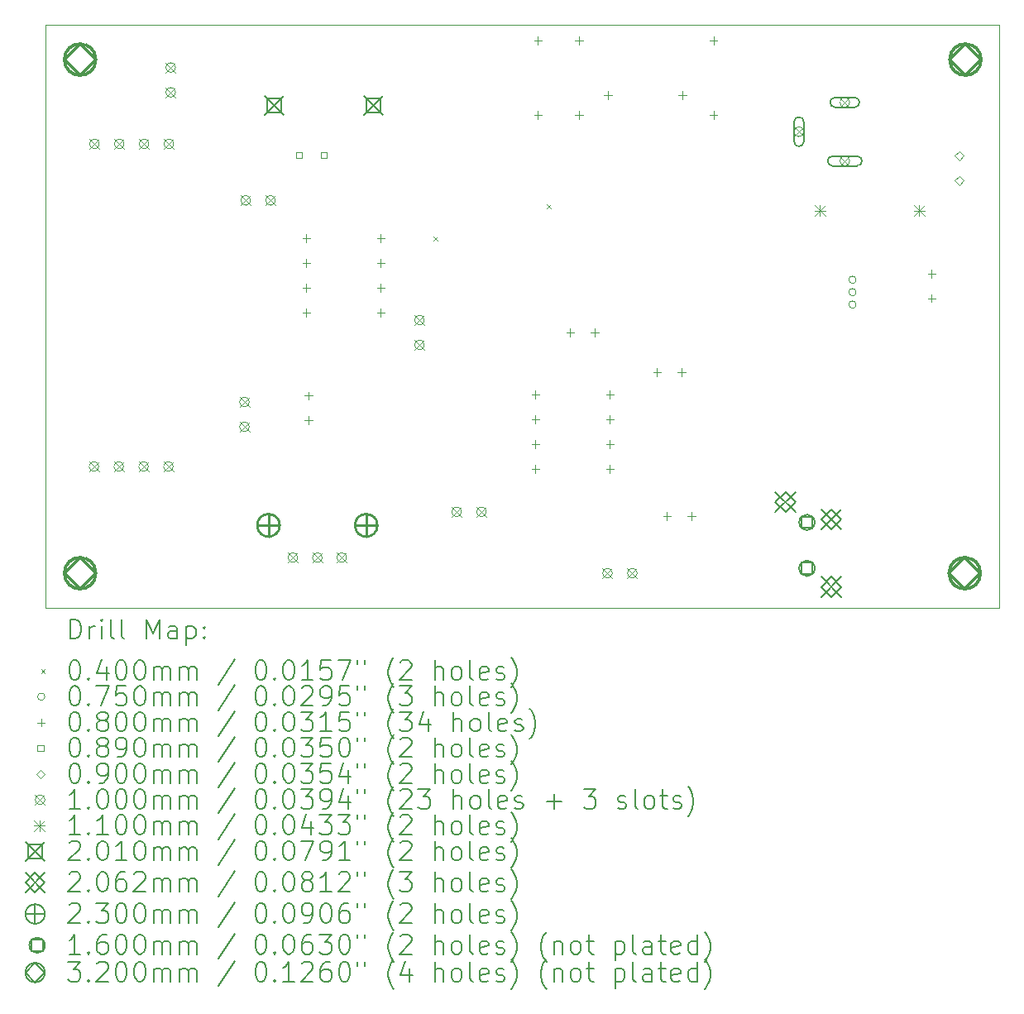
<source format=gbr>
%TF.GenerationSoftware,KiCad,Pcbnew,(6.0.7)*%
%TF.CreationDate,2024-07-22T14:21:24-04:00*%
%TF.ProjectId,DCR v2,44435220-7632-42e6-9b69-6361645f7063,rev?*%
%TF.SameCoordinates,Original*%
%TF.FileFunction,Drillmap*%
%TF.FilePolarity,Positive*%
%FSLAX45Y45*%
G04 Gerber Fmt 4.5, Leading zero omitted, Abs format (unit mm)*
G04 Created by KiCad (PCBNEW (6.0.7)) date 2024-07-22 14:21:24*
%MOMM*%
%LPD*%
G01*
G04 APERTURE LIST*
%ADD10C,0.100000*%
%ADD11C,0.200000*%
%ADD12C,0.040000*%
%ADD13C,0.075000*%
%ADD14C,0.080000*%
%ADD15C,0.089000*%
%ADD16C,0.090000*%
%ADD17C,0.110000*%
%ADD18C,0.201000*%
%ADD19C,0.206160*%
%ADD20C,0.230000*%
%ADD21C,0.160000*%
%ADD22C,0.320000*%
G04 APERTURE END LIST*
D10*
X19627850Y-11144250D02*
X9861550Y-11144250D01*
X9861550Y-11144250D02*
X9861550Y-5175250D01*
X9861550Y-5175250D02*
X19627850Y-5175250D01*
X19627850Y-5175250D02*
X19627850Y-11144250D01*
D11*
D12*
X13835700Y-7346000D02*
X13875700Y-7386000D01*
X13875700Y-7346000D02*
X13835700Y-7386000D01*
X14996750Y-7010450D02*
X15036750Y-7050450D01*
X15036750Y-7010450D02*
X14996750Y-7050450D01*
D13*
X18160400Y-7785100D02*
G75*
G03*
X18160400Y-7785100I-37500J0D01*
G01*
X18160400Y-7912100D02*
G75*
G03*
X18160400Y-7912100I-37500J0D01*
G01*
X18160400Y-8039100D02*
G75*
G03*
X18160400Y-8039100I-37500J0D01*
G01*
D14*
X12532090Y-7320650D02*
X12532090Y-7400650D01*
X12492090Y-7360650D02*
X12572090Y-7360650D01*
X12532090Y-7574650D02*
X12532090Y-7654650D01*
X12492090Y-7614650D02*
X12572090Y-7614650D01*
X12532090Y-7828650D02*
X12532090Y-7908650D01*
X12492090Y-7868650D02*
X12572090Y-7868650D01*
X12532090Y-8082650D02*
X12532090Y-8162650D01*
X12492090Y-8122650D02*
X12572090Y-8122650D01*
X12556490Y-8931585D02*
X12556490Y-9011585D01*
X12516490Y-8971585D02*
X12596490Y-8971585D01*
X12556490Y-9181585D02*
X12556490Y-9261585D01*
X12516490Y-9221585D02*
X12596490Y-9221585D01*
X13294090Y-7320650D02*
X13294090Y-7400650D01*
X13254090Y-7360650D02*
X13334090Y-7360650D01*
X13294090Y-7574650D02*
X13294090Y-7654650D01*
X13254090Y-7614650D02*
X13334090Y-7614650D01*
X13294090Y-7828650D02*
X13294090Y-7908650D01*
X13254090Y-7868650D02*
X13334090Y-7868650D01*
X13294090Y-8082650D02*
X13294090Y-8162650D01*
X13254090Y-8122650D02*
X13334090Y-8122650D01*
X14878050Y-8919850D02*
X14878050Y-8999850D01*
X14838050Y-8959850D02*
X14918050Y-8959850D01*
X14878050Y-9173850D02*
X14878050Y-9253850D01*
X14838050Y-9213850D02*
X14918050Y-9213850D01*
X14878050Y-9427850D02*
X14878050Y-9507850D01*
X14838050Y-9467850D02*
X14918050Y-9467850D01*
X14878050Y-9681850D02*
X14878050Y-9761850D01*
X14838050Y-9721850D02*
X14918050Y-9721850D01*
X14903450Y-5294000D02*
X14903450Y-5374000D01*
X14863450Y-5334000D02*
X14943450Y-5334000D01*
X14903450Y-6056000D02*
X14903450Y-6136000D01*
X14863450Y-6096000D02*
X14943450Y-6096000D01*
X15232650Y-8283850D02*
X15232650Y-8363850D01*
X15192650Y-8323850D02*
X15272650Y-8323850D01*
X15322550Y-5294000D02*
X15322550Y-5374000D01*
X15282550Y-5334000D02*
X15362550Y-5334000D01*
X15322550Y-6056000D02*
X15322550Y-6136000D01*
X15282550Y-6096000D02*
X15362550Y-6096000D01*
X15482650Y-8283850D02*
X15482650Y-8363850D01*
X15442650Y-8323850D02*
X15522650Y-8323850D01*
X15621000Y-5852800D02*
X15621000Y-5932800D01*
X15581000Y-5892800D02*
X15661000Y-5892800D01*
X15640050Y-8919850D02*
X15640050Y-8999850D01*
X15600050Y-8959850D02*
X15680050Y-8959850D01*
X15640050Y-9173850D02*
X15640050Y-9253850D01*
X15600050Y-9213850D02*
X15680050Y-9213850D01*
X15640050Y-9427850D02*
X15640050Y-9507850D01*
X15600050Y-9467850D02*
X15680050Y-9467850D01*
X15640050Y-9681850D02*
X15640050Y-9761850D01*
X15600050Y-9721850D02*
X15680050Y-9721850D01*
X16121650Y-8690250D02*
X16121650Y-8770250D01*
X16081650Y-8730250D02*
X16161650Y-8730250D01*
X16223250Y-10163450D02*
X16223250Y-10243450D01*
X16183250Y-10203450D02*
X16263250Y-10203450D01*
X16371650Y-8690250D02*
X16371650Y-8770250D01*
X16331650Y-8730250D02*
X16411650Y-8730250D01*
X16383000Y-5852800D02*
X16383000Y-5932800D01*
X16343000Y-5892800D02*
X16423000Y-5892800D01*
X16473250Y-10163450D02*
X16473250Y-10243450D01*
X16433250Y-10203450D02*
X16513250Y-10203450D01*
X16700500Y-5294000D02*
X16700500Y-5374000D01*
X16660500Y-5334000D02*
X16740500Y-5334000D01*
X16700500Y-6056000D02*
X16700500Y-6136000D01*
X16660500Y-6096000D02*
X16740500Y-6096000D01*
X18933350Y-7684035D02*
X18933350Y-7764035D01*
X18893350Y-7724035D02*
X18973350Y-7724035D01*
X18933350Y-7934035D02*
X18933350Y-8014035D01*
X18893350Y-7974035D02*
X18973350Y-7974035D01*
D15*
X12488897Y-6540367D02*
X12488897Y-6477433D01*
X12425963Y-6477433D01*
X12425963Y-6540367D01*
X12488897Y-6540367D01*
X12742897Y-6540367D02*
X12742897Y-6477433D01*
X12679963Y-6477433D01*
X12679963Y-6540367D01*
X12742897Y-6540367D01*
D16*
X19216370Y-6561370D02*
X19261370Y-6516370D01*
X19216370Y-6471370D01*
X19171370Y-6516370D01*
X19216370Y-6561370D01*
X19216370Y-6815370D02*
X19261370Y-6770370D01*
X19216370Y-6725370D01*
X19171370Y-6770370D01*
X19216370Y-6815370D01*
D10*
X10309390Y-9646450D02*
X10409390Y-9746450D01*
X10409390Y-9646450D02*
X10309390Y-9746450D01*
X10409390Y-9696450D02*
G75*
G03*
X10409390Y-9696450I-50000J0D01*
G01*
X10313990Y-6344450D02*
X10413990Y-6444450D01*
X10413990Y-6344450D02*
X10313990Y-6444450D01*
X10413990Y-6394450D02*
G75*
G03*
X10413990Y-6394450I-50000J0D01*
G01*
X10563390Y-9646450D02*
X10663390Y-9746450D01*
X10663390Y-9646450D02*
X10563390Y-9746450D01*
X10663390Y-9696450D02*
G75*
G03*
X10663390Y-9696450I-50000J0D01*
G01*
X10567990Y-6344450D02*
X10667990Y-6444450D01*
X10667990Y-6344450D02*
X10567990Y-6444450D01*
X10667990Y-6394450D02*
G75*
G03*
X10667990Y-6394450I-50000J0D01*
G01*
X10817390Y-9646450D02*
X10917390Y-9746450D01*
X10917390Y-9646450D02*
X10817390Y-9746450D01*
X10917390Y-9696450D02*
G75*
G03*
X10917390Y-9696450I-50000J0D01*
G01*
X10821990Y-6344450D02*
X10921990Y-6444450D01*
X10921990Y-6344450D02*
X10821990Y-6444450D01*
X10921990Y-6394450D02*
G75*
G03*
X10921990Y-6394450I-50000J0D01*
G01*
X11071390Y-9646450D02*
X11171390Y-9746450D01*
X11171390Y-9646450D02*
X11071390Y-9746450D01*
X11171390Y-9696450D02*
G75*
G03*
X11171390Y-9696450I-50000J0D01*
G01*
X11075990Y-6344450D02*
X11175990Y-6444450D01*
X11175990Y-6344450D02*
X11075990Y-6444450D01*
X11175990Y-6394450D02*
G75*
G03*
X11175990Y-6394450I-50000J0D01*
G01*
X11094250Y-5562900D02*
X11194250Y-5662900D01*
X11194250Y-5562900D02*
X11094250Y-5662900D01*
X11194250Y-5612900D02*
G75*
G03*
X11194250Y-5612900I-50000J0D01*
G01*
X11094250Y-5816900D02*
X11194250Y-5916900D01*
X11194250Y-5816900D02*
X11094250Y-5916900D01*
X11194250Y-5866900D02*
G75*
G03*
X11194250Y-5866900I-50000J0D01*
G01*
X11849900Y-8986550D02*
X11949900Y-9086550D01*
X11949900Y-8986550D02*
X11849900Y-9086550D01*
X11949900Y-9036550D02*
G75*
G03*
X11949900Y-9036550I-50000J0D01*
G01*
X11849900Y-9240550D02*
X11949900Y-9340550D01*
X11949900Y-9240550D02*
X11849900Y-9340550D01*
X11949900Y-9290550D02*
G75*
G03*
X11949900Y-9290550I-50000J0D01*
G01*
X11862100Y-6922300D02*
X11962100Y-7022300D01*
X11962100Y-6922300D02*
X11862100Y-7022300D01*
X11962100Y-6972300D02*
G75*
G03*
X11962100Y-6972300I-50000J0D01*
G01*
X12116100Y-6922300D02*
X12216100Y-7022300D01*
X12216100Y-6922300D02*
X12116100Y-7022300D01*
X12216100Y-6972300D02*
G75*
G03*
X12216100Y-6972300I-50000J0D01*
G01*
X12345350Y-10578600D02*
X12445350Y-10678600D01*
X12445350Y-10578600D02*
X12345350Y-10678600D01*
X12445350Y-10628600D02*
G75*
G03*
X12445350Y-10628600I-50000J0D01*
G01*
X12595350Y-10578600D02*
X12695350Y-10678600D01*
X12695350Y-10578600D02*
X12595350Y-10678600D01*
X12695350Y-10628600D02*
G75*
G03*
X12695350Y-10628600I-50000J0D01*
G01*
X12845350Y-10578600D02*
X12945350Y-10678600D01*
X12945350Y-10578600D02*
X12845350Y-10678600D01*
X12945350Y-10628600D02*
G75*
G03*
X12945350Y-10628600I-50000J0D01*
G01*
X13640600Y-8147850D02*
X13740600Y-8247850D01*
X13740600Y-8147850D02*
X13640600Y-8247850D01*
X13740600Y-8197850D02*
G75*
G03*
X13740600Y-8197850I-50000J0D01*
G01*
X13640600Y-8401850D02*
X13740600Y-8501850D01*
X13740600Y-8401850D02*
X13640600Y-8501850D01*
X13740600Y-8451850D02*
G75*
G03*
X13740600Y-8451850I-50000J0D01*
G01*
X14021600Y-10110000D02*
X14121600Y-10210000D01*
X14121600Y-10110000D02*
X14021600Y-10210000D01*
X14121600Y-10160000D02*
G75*
G03*
X14121600Y-10160000I-50000J0D01*
G01*
X14275600Y-10110000D02*
X14375600Y-10210000D01*
X14375600Y-10110000D02*
X14275600Y-10210000D01*
X14375600Y-10160000D02*
G75*
G03*
X14375600Y-10160000I-50000J0D01*
G01*
X15564150Y-10738650D02*
X15664150Y-10838650D01*
X15664150Y-10738650D02*
X15564150Y-10838650D01*
X15664150Y-10788650D02*
G75*
G03*
X15664150Y-10788650I-50000J0D01*
G01*
X15818150Y-10738650D02*
X15918150Y-10838650D01*
X15918150Y-10738650D02*
X15818150Y-10838650D01*
X15918150Y-10788650D02*
G75*
G03*
X15918150Y-10788650I-50000J0D01*
G01*
X17524350Y-6219300D02*
X17624350Y-6319300D01*
X17624350Y-6219300D02*
X17524350Y-6319300D01*
X17624350Y-6269300D02*
G75*
G03*
X17624350Y-6269300I-50000J0D01*
G01*
D11*
X17624350Y-6369300D02*
X17624350Y-6169300D01*
X17524350Y-6369300D02*
X17524350Y-6169300D01*
X17624350Y-6169300D02*
G75*
G03*
X17524350Y-6169300I-50000J0D01*
G01*
X17524350Y-6369300D02*
G75*
G03*
X17624350Y-6369300I50000J0D01*
G01*
D10*
X17994350Y-5919300D02*
X18094350Y-6019300D01*
X18094350Y-5919300D02*
X17994350Y-6019300D01*
X18094350Y-5969300D02*
G75*
G03*
X18094350Y-5969300I-50000J0D01*
G01*
D11*
X17944350Y-6019300D02*
X18144350Y-6019300D01*
X17944350Y-5919300D02*
X18144350Y-5919300D01*
X18144350Y-6019300D02*
G75*
G03*
X18144350Y-5919300I0J50000D01*
G01*
X17944350Y-5919300D02*
G75*
G03*
X17944350Y-6019300I0J-50000D01*
G01*
D10*
X17994350Y-6519300D02*
X18094350Y-6619300D01*
X18094350Y-6519300D02*
X17994350Y-6619300D01*
X18094350Y-6569300D02*
G75*
G03*
X18094350Y-6569300I-50000J0D01*
G01*
D11*
X17919350Y-6619300D02*
X18169350Y-6619300D01*
X17919350Y-6519300D02*
X18169350Y-6519300D01*
X18169350Y-6619300D02*
G75*
G03*
X18169350Y-6519300I0J50000D01*
G01*
X17919350Y-6519300D02*
G75*
G03*
X17919350Y-6619300I0J-50000D01*
G01*
D17*
X17735350Y-7022300D02*
X17845350Y-7132300D01*
X17845350Y-7022300D02*
X17735350Y-7132300D01*
X17790350Y-7022300D02*
X17790350Y-7132300D01*
X17735350Y-7077300D02*
X17845350Y-7077300D01*
X18751350Y-7022300D02*
X18861350Y-7132300D01*
X18861350Y-7022300D02*
X18751350Y-7132300D01*
X18806350Y-7022300D02*
X18806350Y-7132300D01*
X18751350Y-7077300D02*
X18861350Y-7077300D01*
D18*
X12102930Y-5900400D02*
X12303930Y-6101400D01*
X12303930Y-5900400D02*
X12102930Y-6101400D01*
X12274495Y-6071965D02*
X12274495Y-5929835D01*
X12132365Y-5929835D01*
X12132365Y-6071965D01*
X12274495Y-6071965D01*
X13118930Y-5900400D02*
X13319930Y-6101400D01*
X13319930Y-5900400D02*
X13118930Y-6101400D01*
X13290495Y-6071965D02*
X13290495Y-5929835D01*
X13148365Y-5929835D01*
X13148365Y-6071965D01*
X13290495Y-6071965D01*
D19*
X17333970Y-9955470D02*
X17540130Y-10161630D01*
X17540130Y-9955470D02*
X17333970Y-10161630D01*
X17437050Y-10161630D02*
X17540130Y-10058550D01*
X17437050Y-9955470D01*
X17333970Y-10058550D01*
X17437050Y-10161630D01*
X17803970Y-10135470D02*
X18010130Y-10341630D01*
X18010130Y-10135470D02*
X17803970Y-10341630D01*
X17907050Y-10341630D02*
X18010130Y-10238550D01*
X17907050Y-10135470D01*
X17803970Y-10238550D01*
X17907050Y-10341630D01*
X17803970Y-10825470D02*
X18010130Y-11031630D01*
X18010130Y-10825470D02*
X17803970Y-11031630D01*
X17907050Y-11031630D02*
X18010130Y-10928550D01*
X17907050Y-10825470D01*
X17803970Y-10928550D01*
X17907050Y-11031630D01*
D20*
X12145350Y-10183600D02*
X12145350Y-10413600D01*
X12030350Y-10298600D02*
X12260350Y-10298600D01*
X12260350Y-10298600D02*
G75*
G03*
X12260350Y-10298600I-115000J0D01*
G01*
X13145350Y-10183600D02*
X13145350Y-10413600D01*
X13030350Y-10298600D02*
X13260350Y-10298600D01*
X13260350Y-10298600D02*
G75*
G03*
X13260350Y-10298600I-115000J0D01*
G01*
D21*
X17713619Y-10325119D02*
X17713619Y-10211981D01*
X17600481Y-10211981D01*
X17600481Y-10325119D01*
X17713619Y-10325119D01*
X17737050Y-10268550D02*
G75*
G03*
X17737050Y-10268550I-80000J0D01*
G01*
X17713619Y-10795119D02*
X17713619Y-10681981D01*
X17600481Y-10681981D01*
X17600481Y-10795119D01*
X17713619Y-10795119D01*
X17737050Y-10738550D02*
G75*
G03*
X17737050Y-10738550I-80000J0D01*
G01*
D22*
X10217150Y-5690850D02*
X10377150Y-5530850D01*
X10217150Y-5370850D01*
X10057150Y-5530850D01*
X10217150Y-5690850D01*
X10377150Y-5530850D02*
G75*
G03*
X10377150Y-5530850I-160000J0D01*
G01*
X10217150Y-10948650D02*
X10377150Y-10788650D01*
X10217150Y-10628650D01*
X10057150Y-10788650D01*
X10217150Y-10948650D01*
X10377150Y-10788650D02*
G75*
G03*
X10377150Y-10788650I-160000J0D01*
G01*
X19272250Y-10948650D02*
X19432250Y-10788650D01*
X19272250Y-10628650D01*
X19112250Y-10788650D01*
X19272250Y-10948650D01*
X19432250Y-10788650D02*
G75*
G03*
X19432250Y-10788650I-160000J0D01*
G01*
X19278600Y-5690850D02*
X19438600Y-5530850D01*
X19278600Y-5370850D01*
X19118600Y-5530850D01*
X19278600Y-5690850D01*
X19438600Y-5530850D02*
G75*
G03*
X19438600Y-5530850I-160000J0D01*
G01*
D11*
X10114169Y-11459726D02*
X10114169Y-11259726D01*
X10161788Y-11259726D01*
X10190360Y-11269250D01*
X10209407Y-11288298D01*
X10218931Y-11307345D01*
X10228455Y-11345440D01*
X10228455Y-11374012D01*
X10218931Y-11412107D01*
X10209407Y-11431155D01*
X10190360Y-11450202D01*
X10161788Y-11459726D01*
X10114169Y-11459726D01*
X10314169Y-11459726D02*
X10314169Y-11326393D01*
X10314169Y-11364488D02*
X10323693Y-11345440D01*
X10333217Y-11335917D01*
X10352264Y-11326393D01*
X10371312Y-11326393D01*
X10437979Y-11459726D02*
X10437979Y-11326393D01*
X10437979Y-11259726D02*
X10428455Y-11269250D01*
X10437979Y-11278774D01*
X10447502Y-11269250D01*
X10437979Y-11259726D01*
X10437979Y-11278774D01*
X10561788Y-11459726D02*
X10542740Y-11450202D01*
X10533217Y-11431155D01*
X10533217Y-11259726D01*
X10666550Y-11459726D02*
X10647502Y-11450202D01*
X10637979Y-11431155D01*
X10637979Y-11259726D01*
X10895121Y-11459726D02*
X10895121Y-11259726D01*
X10961788Y-11402583D01*
X11028455Y-11259726D01*
X11028455Y-11459726D01*
X11209407Y-11459726D02*
X11209407Y-11354964D01*
X11199883Y-11335917D01*
X11180836Y-11326393D01*
X11142740Y-11326393D01*
X11123693Y-11335917D01*
X11209407Y-11450202D02*
X11190359Y-11459726D01*
X11142740Y-11459726D01*
X11123693Y-11450202D01*
X11114169Y-11431155D01*
X11114169Y-11412107D01*
X11123693Y-11393059D01*
X11142740Y-11383536D01*
X11190359Y-11383536D01*
X11209407Y-11374012D01*
X11304645Y-11326393D02*
X11304645Y-11526393D01*
X11304645Y-11335917D02*
X11323693Y-11326393D01*
X11361788Y-11326393D01*
X11380836Y-11335917D01*
X11390359Y-11345440D01*
X11399883Y-11364488D01*
X11399883Y-11421631D01*
X11390359Y-11440678D01*
X11380836Y-11450202D01*
X11361788Y-11459726D01*
X11323693Y-11459726D01*
X11304645Y-11450202D01*
X11485598Y-11440678D02*
X11495121Y-11450202D01*
X11485598Y-11459726D01*
X11476074Y-11450202D01*
X11485598Y-11440678D01*
X11485598Y-11459726D01*
X11485598Y-11335917D02*
X11495121Y-11345440D01*
X11485598Y-11354964D01*
X11476074Y-11345440D01*
X11485598Y-11335917D01*
X11485598Y-11354964D01*
D12*
X9816550Y-11769250D02*
X9856550Y-11809250D01*
X9856550Y-11769250D02*
X9816550Y-11809250D01*
D11*
X10152264Y-11679726D02*
X10171312Y-11679726D01*
X10190360Y-11689250D01*
X10199883Y-11698774D01*
X10209407Y-11717821D01*
X10218931Y-11755917D01*
X10218931Y-11803536D01*
X10209407Y-11841631D01*
X10199883Y-11860678D01*
X10190360Y-11870202D01*
X10171312Y-11879726D01*
X10152264Y-11879726D01*
X10133217Y-11870202D01*
X10123693Y-11860678D01*
X10114169Y-11841631D01*
X10104645Y-11803536D01*
X10104645Y-11755917D01*
X10114169Y-11717821D01*
X10123693Y-11698774D01*
X10133217Y-11689250D01*
X10152264Y-11679726D01*
X10304645Y-11860678D02*
X10314169Y-11870202D01*
X10304645Y-11879726D01*
X10295121Y-11870202D01*
X10304645Y-11860678D01*
X10304645Y-11879726D01*
X10485598Y-11746393D02*
X10485598Y-11879726D01*
X10437979Y-11670202D02*
X10390360Y-11813059D01*
X10514169Y-11813059D01*
X10628455Y-11679726D02*
X10647502Y-11679726D01*
X10666550Y-11689250D01*
X10676074Y-11698774D01*
X10685598Y-11717821D01*
X10695121Y-11755917D01*
X10695121Y-11803536D01*
X10685598Y-11841631D01*
X10676074Y-11860678D01*
X10666550Y-11870202D01*
X10647502Y-11879726D01*
X10628455Y-11879726D01*
X10609407Y-11870202D01*
X10599883Y-11860678D01*
X10590360Y-11841631D01*
X10580836Y-11803536D01*
X10580836Y-11755917D01*
X10590360Y-11717821D01*
X10599883Y-11698774D01*
X10609407Y-11689250D01*
X10628455Y-11679726D01*
X10818931Y-11679726D02*
X10837979Y-11679726D01*
X10857026Y-11689250D01*
X10866550Y-11698774D01*
X10876074Y-11717821D01*
X10885598Y-11755917D01*
X10885598Y-11803536D01*
X10876074Y-11841631D01*
X10866550Y-11860678D01*
X10857026Y-11870202D01*
X10837979Y-11879726D01*
X10818931Y-11879726D01*
X10799883Y-11870202D01*
X10790360Y-11860678D01*
X10780836Y-11841631D01*
X10771312Y-11803536D01*
X10771312Y-11755917D01*
X10780836Y-11717821D01*
X10790360Y-11698774D01*
X10799883Y-11689250D01*
X10818931Y-11679726D01*
X10971312Y-11879726D02*
X10971312Y-11746393D01*
X10971312Y-11765440D02*
X10980836Y-11755917D01*
X10999883Y-11746393D01*
X11028455Y-11746393D01*
X11047502Y-11755917D01*
X11057026Y-11774964D01*
X11057026Y-11879726D01*
X11057026Y-11774964D02*
X11066550Y-11755917D01*
X11085598Y-11746393D01*
X11114169Y-11746393D01*
X11133217Y-11755917D01*
X11142740Y-11774964D01*
X11142740Y-11879726D01*
X11237978Y-11879726D02*
X11237978Y-11746393D01*
X11237978Y-11765440D02*
X11247502Y-11755917D01*
X11266550Y-11746393D01*
X11295121Y-11746393D01*
X11314169Y-11755917D01*
X11323693Y-11774964D01*
X11323693Y-11879726D01*
X11323693Y-11774964D02*
X11333217Y-11755917D01*
X11352264Y-11746393D01*
X11380836Y-11746393D01*
X11399883Y-11755917D01*
X11409407Y-11774964D01*
X11409407Y-11879726D01*
X11799883Y-11670202D02*
X11628455Y-11927345D01*
X12057026Y-11679726D02*
X12076074Y-11679726D01*
X12095121Y-11689250D01*
X12104645Y-11698774D01*
X12114169Y-11717821D01*
X12123693Y-11755917D01*
X12123693Y-11803536D01*
X12114169Y-11841631D01*
X12104645Y-11860678D01*
X12095121Y-11870202D01*
X12076074Y-11879726D01*
X12057026Y-11879726D01*
X12037978Y-11870202D01*
X12028455Y-11860678D01*
X12018931Y-11841631D01*
X12009407Y-11803536D01*
X12009407Y-11755917D01*
X12018931Y-11717821D01*
X12028455Y-11698774D01*
X12037978Y-11689250D01*
X12057026Y-11679726D01*
X12209407Y-11860678D02*
X12218931Y-11870202D01*
X12209407Y-11879726D01*
X12199883Y-11870202D01*
X12209407Y-11860678D01*
X12209407Y-11879726D01*
X12342740Y-11679726D02*
X12361788Y-11679726D01*
X12380836Y-11689250D01*
X12390359Y-11698774D01*
X12399883Y-11717821D01*
X12409407Y-11755917D01*
X12409407Y-11803536D01*
X12399883Y-11841631D01*
X12390359Y-11860678D01*
X12380836Y-11870202D01*
X12361788Y-11879726D01*
X12342740Y-11879726D01*
X12323693Y-11870202D01*
X12314169Y-11860678D01*
X12304645Y-11841631D01*
X12295121Y-11803536D01*
X12295121Y-11755917D01*
X12304645Y-11717821D01*
X12314169Y-11698774D01*
X12323693Y-11689250D01*
X12342740Y-11679726D01*
X12599883Y-11879726D02*
X12485598Y-11879726D01*
X12542740Y-11879726D02*
X12542740Y-11679726D01*
X12523693Y-11708298D01*
X12504645Y-11727345D01*
X12485598Y-11736869D01*
X12780836Y-11679726D02*
X12685598Y-11679726D01*
X12676074Y-11774964D01*
X12685598Y-11765440D01*
X12704645Y-11755917D01*
X12752264Y-11755917D01*
X12771312Y-11765440D01*
X12780836Y-11774964D01*
X12790359Y-11794012D01*
X12790359Y-11841631D01*
X12780836Y-11860678D01*
X12771312Y-11870202D01*
X12752264Y-11879726D01*
X12704645Y-11879726D01*
X12685598Y-11870202D01*
X12676074Y-11860678D01*
X12857026Y-11679726D02*
X12990359Y-11679726D01*
X12904645Y-11879726D01*
X13057026Y-11679726D02*
X13057026Y-11717821D01*
X13133217Y-11679726D02*
X13133217Y-11717821D01*
X13428455Y-11955917D02*
X13418931Y-11946393D01*
X13399883Y-11917821D01*
X13390359Y-11898774D01*
X13380836Y-11870202D01*
X13371312Y-11822583D01*
X13371312Y-11784488D01*
X13380836Y-11736869D01*
X13390359Y-11708298D01*
X13399883Y-11689250D01*
X13418931Y-11660678D01*
X13428455Y-11651155D01*
X13495121Y-11698774D02*
X13504645Y-11689250D01*
X13523693Y-11679726D01*
X13571312Y-11679726D01*
X13590359Y-11689250D01*
X13599883Y-11698774D01*
X13609407Y-11717821D01*
X13609407Y-11736869D01*
X13599883Y-11765440D01*
X13485598Y-11879726D01*
X13609407Y-11879726D01*
X13847502Y-11879726D02*
X13847502Y-11679726D01*
X13933217Y-11879726D02*
X13933217Y-11774964D01*
X13923693Y-11755917D01*
X13904645Y-11746393D01*
X13876074Y-11746393D01*
X13857026Y-11755917D01*
X13847502Y-11765440D01*
X14057026Y-11879726D02*
X14037978Y-11870202D01*
X14028455Y-11860678D01*
X14018931Y-11841631D01*
X14018931Y-11784488D01*
X14028455Y-11765440D01*
X14037978Y-11755917D01*
X14057026Y-11746393D01*
X14085598Y-11746393D01*
X14104645Y-11755917D01*
X14114169Y-11765440D01*
X14123693Y-11784488D01*
X14123693Y-11841631D01*
X14114169Y-11860678D01*
X14104645Y-11870202D01*
X14085598Y-11879726D01*
X14057026Y-11879726D01*
X14237978Y-11879726D02*
X14218931Y-11870202D01*
X14209407Y-11851155D01*
X14209407Y-11679726D01*
X14390359Y-11870202D02*
X14371312Y-11879726D01*
X14333217Y-11879726D01*
X14314169Y-11870202D01*
X14304645Y-11851155D01*
X14304645Y-11774964D01*
X14314169Y-11755917D01*
X14333217Y-11746393D01*
X14371312Y-11746393D01*
X14390359Y-11755917D01*
X14399883Y-11774964D01*
X14399883Y-11794012D01*
X14304645Y-11813059D01*
X14476074Y-11870202D02*
X14495121Y-11879726D01*
X14533217Y-11879726D01*
X14552264Y-11870202D01*
X14561788Y-11851155D01*
X14561788Y-11841631D01*
X14552264Y-11822583D01*
X14533217Y-11813059D01*
X14504645Y-11813059D01*
X14485598Y-11803536D01*
X14476074Y-11784488D01*
X14476074Y-11774964D01*
X14485598Y-11755917D01*
X14504645Y-11746393D01*
X14533217Y-11746393D01*
X14552264Y-11755917D01*
X14628455Y-11955917D02*
X14637978Y-11946393D01*
X14657026Y-11917821D01*
X14666550Y-11898774D01*
X14676074Y-11870202D01*
X14685598Y-11822583D01*
X14685598Y-11784488D01*
X14676074Y-11736869D01*
X14666550Y-11708298D01*
X14657026Y-11689250D01*
X14637978Y-11660678D01*
X14628455Y-11651155D01*
D13*
X9856550Y-12053250D02*
G75*
G03*
X9856550Y-12053250I-37500J0D01*
G01*
D11*
X10152264Y-11943726D02*
X10171312Y-11943726D01*
X10190360Y-11953250D01*
X10199883Y-11962774D01*
X10209407Y-11981821D01*
X10218931Y-12019917D01*
X10218931Y-12067536D01*
X10209407Y-12105631D01*
X10199883Y-12124678D01*
X10190360Y-12134202D01*
X10171312Y-12143726D01*
X10152264Y-12143726D01*
X10133217Y-12134202D01*
X10123693Y-12124678D01*
X10114169Y-12105631D01*
X10104645Y-12067536D01*
X10104645Y-12019917D01*
X10114169Y-11981821D01*
X10123693Y-11962774D01*
X10133217Y-11953250D01*
X10152264Y-11943726D01*
X10304645Y-12124678D02*
X10314169Y-12134202D01*
X10304645Y-12143726D01*
X10295121Y-12134202D01*
X10304645Y-12124678D01*
X10304645Y-12143726D01*
X10380836Y-11943726D02*
X10514169Y-11943726D01*
X10428455Y-12143726D01*
X10685598Y-11943726D02*
X10590360Y-11943726D01*
X10580836Y-12038964D01*
X10590360Y-12029440D01*
X10609407Y-12019917D01*
X10657026Y-12019917D01*
X10676074Y-12029440D01*
X10685598Y-12038964D01*
X10695121Y-12058012D01*
X10695121Y-12105631D01*
X10685598Y-12124678D01*
X10676074Y-12134202D01*
X10657026Y-12143726D01*
X10609407Y-12143726D01*
X10590360Y-12134202D01*
X10580836Y-12124678D01*
X10818931Y-11943726D02*
X10837979Y-11943726D01*
X10857026Y-11953250D01*
X10866550Y-11962774D01*
X10876074Y-11981821D01*
X10885598Y-12019917D01*
X10885598Y-12067536D01*
X10876074Y-12105631D01*
X10866550Y-12124678D01*
X10857026Y-12134202D01*
X10837979Y-12143726D01*
X10818931Y-12143726D01*
X10799883Y-12134202D01*
X10790360Y-12124678D01*
X10780836Y-12105631D01*
X10771312Y-12067536D01*
X10771312Y-12019917D01*
X10780836Y-11981821D01*
X10790360Y-11962774D01*
X10799883Y-11953250D01*
X10818931Y-11943726D01*
X10971312Y-12143726D02*
X10971312Y-12010393D01*
X10971312Y-12029440D02*
X10980836Y-12019917D01*
X10999883Y-12010393D01*
X11028455Y-12010393D01*
X11047502Y-12019917D01*
X11057026Y-12038964D01*
X11057026Y-12143726D01*
X11057026Y-12038964D02*
X11066550Y-12019917D01*
X11085598Y-12010393D01*
X11114169Y-12010393D01*
X11133217Y-12019917D01*
X11142740Y-12038964D01*
X11142740Y-12143726D01*
X11237978Y-12143726D02*
X11237978Y-12010393D01*
X11237978Y-12029440D02*
X11247502Y-12019917D01*
X11266550Y-12010393D01*
X11295121Y-12010393D01*
X11314169Y-12019917D01*
X11323693Y-12038964D01*
X11323693Y-12143726D01*
X11323693Y-12038964D02*
X11333217Y-12019917D01*
X11352264Y-12010393D01*
X11380836Y-12010393D01*
X11399883Y-12019917D01*
X11409407Y-12038964D01*
X11409407Y-12143726D01*
X11799883Y-11934202D02*
X11628455Y-12191345D01*
X12057026Y-11943726D02*
X12076074Y-11943726D01*
X12095121Y-11953250D01*
X12104645Y-11962774D01*
X12114169Y-11981821D01*
X12123693Y-12019917D01*
X12123693Y-12067536D01*
X12114169Y-12105631D01*
X12104645Y-12124678D01*
X12095121Y-12134202D01*
X12076074Y-12143726D01*
X12057026Y-12143726D01*
X12037978Y-12134202D01*
X12028455Y-12124678D01*
X12018931Y-12105631D01*
X12009407Y-12067536D01*
X12009407Y-12019917D01*
X12018931Y-11981821D01*
X12028455Y-11962774D01*
X12037978Y-11953250D01*
X12057026Y-11943726D01*
X12209407Y-12124678D02*
X12218931Y-12134202D01*
X12209407Y-12143726D01*
X12199883Y-12134202D01*
X12209407Y-12124678D01*
X12209407Y-12143726D01*
X12342740Y-11943726D02*
X12361788Y-11943726D01*
X12380836Y-11953250D01*
X12390359Y-11962774D01*
X12399883Y-11981821D01*
X12409407Y-12019917D01*
X12409407Y-12067536D01*
X12399883Y-12105631D01*
X12390359Y-12124678D01*
X12380836Y-12134202D01*
X12361788Y-12143726D01*
X12342740Y-12143726D01*
X12323693Y-12134202D01*
X12314169Y-12124678D01*
X12304645Y-12105631D01*
X12295121Y-12067536D01*
X12295121Y-12019917D01*
X12304645Y-11981821D01*
X12314169Y-11962774D01*
X12323693Y-11953250D01*
X12342740Y-11943726D01*
X12485598Y-11962774D02*
X12495121Y-11953250D01*
X12514169Y-11943726D01*
X12561788Y-11943726D01*
X12580836Y-11953250D01*
X12590359Y-11962774D01*
X12599883Y-11981821D01*
X12599883Y-12000869D01*
X12590359Y-12029440D01*
X12476074Y-12143726D01*
X12599883Y-12143726D01*
X12695121Y-12143726D02*
X12733217Y-12143726D01*
X12752264Y-12134202D01*
X12761788Y-12124678D01*
X12780836Y-12096107D01*
X12790359Y-12058012D01*
X12790359Y-11981821D01*
X12780836Y-11962774D01*
X12771312Y-11953250D01*
X12752264Y-11943726D01*
X12714169Y-11943726D01*
X12695121Y-11953250D01*
X12685598Y-11962774D01*
X12676074Y-11981821D01*
X12676074Y-12029440D01*
X12685598Y-12048488D01*
X12695121Y-12058012D01*
X12714169Y-12067536D01*
X12752264Y-12067536D01*
X12771312Y-12058012D01*
X12780836Y-12048488D01*
X12790359Y-12029440D01*
X12971312Y-11943726D02*
X12876074Y-11943726D01*
X12866550Y-12038964D01*
X12876074Y-12029440D01*
X12895121Y-12019917D01*
X12942740Y-12019917D01*
X12961788Y-12029440D01*
X12971312Y-12038964D01*
X12980836Y-12058012D01*
X12980836Y-12105631D01*
X12971312Y-12124678D01*
X12961788Y-12134202D01*
X12942740Y-12143726D01*
X12895121Y-12143726D01*
X12876074Y-12134202D01*
X12866550Y-12124678D01*
X13057026Y-11943726D02*
X13057026Y-11981821D01*
X13133217Y-11943726D02*
X13133217Y-11981821D01*
X13428455Y-12219917D02*
X13418931Y-12210393D01*
X13399883Y-12181821D01*
X13390359Y-12162774D01*
X13380836Y-12134202D01*
X13371312Y-12086583D01*
X13371312Y-12048488D01*
X13380836Y-12000869D01*
X13390359Y-11972298D01*
X13399883Y-11953250D01*
X13418931Y-11924678D01*
X13428455Y-11915155D01*
X13485598Y-11943726D02*
X13609407Y-11943726D01*
X13542740Y-12019917D01*
X13571312Y-12019917D01*
X13590359Y-12029440D01*
X13599883Y-12038964D01*
X13609407Y-12058012D01*
X13609407Y-12105631D01*
X13599883Y-12124678D01*
X13590359Y-12134202D01*
X13571312Y-12143726D01*
X13514169Y-12143726D01*
X13495121Y-12134202D01*
X13485598Y-12124678D01*
X13847502Y-12143726D02*
X13847502Y-11943726D01*
X13933217Y-12143726D02*
X13933217Y-12038964D01*
X13923693Y-12019917D01*
X13904645Y-12010393D01*
X13876074Y-12010393D01*
X13857026Y-12019917D01*
X13847502Y-12029440D01*
X14057026Y-12143726D02*
X14037978Y-12134202D01*
X14028455Y-12124678D01*
X14018931Y-12105631D01*
X14018931Y-12048488D01*
X14028455Y-12029440D01*
X14037978Y-12019917D01*
X14057026Y-12010393D01*
X14085598Y-12010393D01*
X14104645Y-12019917D01*
X14114169Y-12029440D01*
X14123693Y-12048488D01*
X14123693Y-12105631D01*
X14114169Y-12124678D01*
X14104645Y-12134202D01*
X14085598Y-12143726D01*
X14057026Y-12143726D01*
X14237978Y-12143726D02*
X14218931Y-12134202D01*
X14209407Y-12115155D01*
X14209407Y-11943726D01*
X14390359Y-12134202D02*
X14371312Y-12143726D01*
X14333217Y-12143726D01*
X14314169Y-12134202D01*
X14304645Y-12115155D01*
X14304645Y-12038964D01*
X14314169Y-12019917D01*
X14333217Y-12010393D01*
X14371312Y-12010393D01*
X14390359Y-12019917D01*
X14399883Y-12038964D01*
X14399883Y-12058012D01*
X14304645Y-12077059D01*
X14476074Y-12134202D02*
X14495121Y-12143726D01*
X14533217Y-12143726D01*
X14552264Y-12134202D01*
X14561788Y-12115155D01*
X14561788Y-12105631D01*
X14552264Y-12086583D01*
X14533217Y-12077059D01*
X14504645Y-12077059D01*
X14485598Y-12067536D01*
X14476074Y-12048488D01*
X14476074Y-12038964D01*
X14485598Y-12019917D01*
X14504645Y-12010393D01*
X14533217Y-12010393D01*
X14552264Y-12019917D01*
X14628455Y-12219917D02*
X14637978Y-12210393D01*
X14657026Y-12181821D01*
X14666550Y-12162774D01*
X14676074Y-12134202D01*
X14685598Y-12086583D01*
X14685598Y-12048488D01*
X14676074Y-12000869D01*
X14666550Y-11972298D01*
X14657026Y-11953250D01*
X14637978Y-11924678D01*
X14628455Y-11915155D01*
D14*
X9816550Y-12277250D02*
X9816550Y-12357250D01*
X9776550Y-12317250D02*
X9856550Y-12317250D01*
D11*
X10152264Y-12207726D02*
X10171312Y-12207726D01*
X10190360Y-12217250D01*
X10199883Y-12226774D01*
X10209407Y-12245821D01*
X10218931Y-12283917D01*
X10218931Y-12331536D01*
X10209407Y-12369631D01*
X10199883Y-12388678D01*
X10190360Y-12398202D01*
X10171312Y-12407726D01*
X10152264Y-12407726D01*
X10133217Y-12398202D01*
X10123693Y-12388678D01*
X10114169Y-12369631D01*
X10104645Y-12331536D01*
X10104645Y-12283917D01*
X10114169Y-12245821D01*
X10123693Y-12226774D01*
X10133217Y-12217250D01*
X10152264Y-12207726D01*
X10304645Y-12388678D02*
X10314169Y-12398202D01*
X10304645Y-12407726D01*
X10295121Y-12398202D01*
X10304645Y-12388678D01*
X10304645Y-12407726D01*
X10428455Y-12293440D02*
X10409407Y-12283917D01*
X10399883Y-12274393D01*
X10390360Y-12255345D01*
X10390360Y-12245821D01*
X10399883Y-12226774D01*
X10409407Y-12217250D01*
X10428455Y-12207726D01*
X10466550Y-12207726D01*
X10485598Y-12217250D01*
X10495121Y-12226774D01*
X10504645Y-12245821D01*
X10504645Y-12255345D01*
X10495121Y-12274393D01*
X10485598Y-12283917D01*
X10466550Y-12293440D01*
X10428455Y-12293440D01*
X10409407Y-12302964D01*
X10399883Y-12312488D01*
X10390360Y-12331536D01*
X10390360Y-12369631D01*
X10399883Y-12388678D01*
X10409407Y-12398202D01*
X10428455Y-12407726D01*
X10466550Y-12407726D01*
X10485598Y-12398202D01*
X10495121Y-12388678D01*
X10504645Y-12369631D01*
X10504645Y-12331536D01*
X10495121Y-12312488D01*
X10485598Y-12302964D01*
X10466550Y-12293440D01*
X10628455Y-12207726D02*
X10647502Y-12207726D01*
X10666550Y-12217250D01*
X10676074Y-12226774D01*
X10685598Y-12245821D01*
X10695121Y-12283917D01*
X10695121Y-12331536D01*
X10685598Y-12369631D01*
X10676074Y-12388678D01*
X10666550Y-12398202D01*
X10647502Y-12407726D01*
X10628455Y-12407726D01*
X10609407Y-12398202D01*
X10599883Y-12388678D01*
X10590360Y-12369631D01*
X10580836Y-12331536D01*
X10580836Y-12283917D01*
X10590360Y-12245821D01*
X10599883Y-12226774D01*
X10609407Y-12217250D01*
X10628455Y-12207726D01*
X10818931Y-12207726D02*
X10837979Y-12207726D01*
X10857026Y-12217250D01*
X10866550Y-12226774D01*
X10876074Y-12245821D01*
X10885598Y-12283917D01*
X10885598Y-12331536D01*
X10876074Y-12369631D01*
X10866550Y-12388678D01*
X10857026Y-12398202D01*
X10837979Y-12407726D01*
X10818931Y-12407726D01*
X10799883Y-12398202D01*
X10790360Y-12388678D01*
X10780836Y-12369631D01*
X10771312Y-12331536D01*
X10771312Y-12283917D01*
X10780836Y-12245821D01*
X10790360Y-12226774D01*
X10799883Y-12217250D01*
X10818931Y-12207726D01*
X10971312Y-12407726D02*
X10971312Y-12274393D01*
X10971312Y-12293440D02*
X10980836Y-12283917D01*
X10999883Y-12274393D01*
X11028455Y-12274393D01*
X11047502Y-12283917D01*
X11057026Y-12302964D01*
X11057026Y-12407726D01*
X11057026Y-12302964D02*
X11066550Y-12283917D01*
X11085598Y-12274393D01*
X11114169Y-12274393D01*
X11133217Y-12283917D01*
X11142740Y-12302964D01*
X11142740Y-12407726D01*
X11237978Y-12407726D02*
X11237978Y-12274393D01*
X11237978Y-12293440D02*
X11247502Y-12283917D01*
X11266550Y-12274393D01*
X11295121Y-12274393D01*
X11314169Y-12283917D01*
X11323693Y-12302964D01*
X11323693Y-12407726D01*
X11323693Y-12302964D02*
X11333217Y-12283917D01*
X11352264Y-12274393D01*
X11380836Y-12274393D01*
X11399883Y-12283917D01*
X11409407Y-12302964D01*
X11409407Y-12407726D01*
X11799883Y-12198202D02*
X11628455Y-12455345D01*
X12057026Y-12207726D02*
X12076074Y-12207726D01*
X12095121Y-12217250D01*
X12104645Y-12226774D01*
X12114169Y-12245821D01*
X12123693Y-12283917D01*
X12123693Y-12331536D01*
X12114169Y-12369631D01*
X12104645Y-12388678D01*
X12095121Y-12398202D01*
X12076074Y-12407726D01*
X12057026Y-12407726D01*
X12037978Y-12398202D01*
X12028455Y-12388678D01*
X12018931Y-12369631D01*
X12009407Y-12331536D01*
X12009407Y-12283917D01*
X12018931Y-12245821D01*
X12028455Y-12226774D01*
X12037978Y-12217250D01*
X12057026Y-12207726D01*
X12209407Y-12388678D02*
X12218931Y-12398202D01*
X12209407Y-12407726D01*
X12199883Y-12398202D01*
X12209407Y-12388678D01*
X12209407Y-12407726D01*
X12342740Y-12207726D02*
X12361788Y-12207726D01*
X12380836Y-12217250D01*
X12390359Y-12226774D01*
X12399883Y-12245821D01*
X12409407Y-12283917D01*
X12409407Y-12331536D01*
X12399883Y-12369631D01*
X12390359Y-12388678D01*
X12380836Y-12398202D01*
X12361788Y-12407726D01*
X12342740Y-12407726D01*
X12323693Y-12398202D01*
X12314169Y-12388678D01*
X12304645Y-12369631D01*
X12295121Y-12331536D01*
X12295121Y-12283917D01*
X12304645Y-12245821D01*
X12314169Y-12226774D01*
X12323693Y-12217250D01*
X12342740Y-12207726D01*
X12476074Y-12207726D02*
X12599883Y-12207726D01*
X12533217Y-12283917D01*
X12561788Y-12283917D01*
X12580836Y-12293440D01*
X12590359Y-12302964D01*
X12599883Y-12322012D01*
X12599883Y-12369631D01*
X12590359Y-12388678D01*
X12580836Y-12398202D01*
X12561788Y-12407726D01*
X12504645Y-12407726D01*
X12485598Y-12398202D01*
X12476074Y-12388678D01*
X12790359Y-12407726D02*
X12676074Y-12407726D01*
X12733217Y-12407726D02*
X12733217Y-12207726D01*
X12714169Y-12236298D01*
X12695121Y-12255345D01*
X12676074Y-12264869D01*
X12971312Y-12207726D02*
X12876074Y-12207726D01*
X12866550Y-12302964D01*
X12876074Y-12293440D01*
X12895121Y-12283917D01*
X12942740Y-12283917D01*
X12961788Y-12293440D01*
X12971312Y-12302964D01*
X12980836Y-12322012D01*
X12980836Y-12369631D01*
X12971312Y-12388678D01*
X12961788Y-12398202D01*
X12942740Y-12407726D01*
X12895121Y-12407726D01*
X12876074Y-12398202D01*
X12866550Y-12388678D01*
X13057026Y-12207726D02*
X13057026Y-12245821D01*
X13133217Y-12207726D02*
X13133217Y-12245821D01*
X13428455Y-12483917D02*
X13418931Y-12474393D01*
X13399883Y-12445821D01*
X13390359Y-12426774D01*
X13380836Y-12398202D01*
X13371312Y-12350583D01*
X13371312Y-12312488D01*
X13380836Y-12264869D01*
X13390359Y-12236298D01*
X13399883Y-12217250D01*
X13418931Y-12188678D01*
X13428455Y-12179155D01*
X13485598Y-12207726D02*
X13609407Y-12207726D01*
X13542740Y-12283917D01*
X13571312Y-12283917D01*
X13590359Y-12293440D01*
X13599883Y-12302964D01*
X13609407Y-12322012D01*
X13609407Y-12369631D01*
X13599883Y-12388678D01*
X13590359Y-12398202D01*
X13571312Y-12407726D01*
X13514169Y-12407726D01*
X13495121Y-12398202D01*
X13485598Y-12388678D01*
X13780836Y-12274393D02*
X13780836Y-12407726D01*
X13733217Y-12198202D02*
X13685598Y-12341059D01*
X13809407Y-12341059D01*
X14037978Y-12407726D02*
X14037978Y-12207726D01*
X14123693Y-12407726D02*
X14123693Y-12302964D01*
X14114169Y-12283917D01*
X14095121Y-12274393D01*
X14066550Y-12274393D01*
X14047502Y-12283917D01*
X14037978Y-12293440D01*
X14247502Y-12407726D02*
X14228455Y-12398202D01*
X14218931Y-12388678D01*
X14209407Y-12369631D01*
X14209407Y-12312488D01*
X14218931Y-12293440D01*
X14228455Y-12283917D01*
X14247502Y-12274393D01*
X14276074Y-12274393D01*
X14295121Y-12283917D01*
X14304645Y-12293440D01*
X14314169Y-12312488D01*
X14314169Y-12369631D01*
X14304645Y-12388678D01*
X14295121Y-12398202D01*
X14276074Y-12407726D01*
X14247502Y-12407726D01*
X14428455Y-12407726D02*
X14409407Y-12398202D01*
X14399883Y-12379155D01*
X14399883Y-12207726D01*
X14580836Y-12398202D02*
X14561788Y-12407726D01*
X14523693Y-12407726D01*
X14504645Y-12398202D01*
X14495121Y-12379155D01*
X14495121Y-12302964D01*
X14504645Y-12283917D01*
X14523693Y-12274393D01*
X14561788Y-12274393D01*
X14580836Y-12283917D01*
X14590359Y-12302964D01*
X14590359Y-12322012D01*
X14495121Y-12341059D01*
X14666550Y-12398202D02*
X14685598Y-12407726D01*
X14723693Y-12407726D01*
X14742740Y-12398202D01*
X14752264Y-12379155D01*
X14752264Y-12369631D01*
X14742740Y-12350583D01*
X14723693Y-12341059D01*
X14695121Y-12341059D01*
X14676074Y-12331536D01*
X14666550Y-12312488D01*
X14666550Y-12302964D01*
X14676074Y-12283917D01*
X14695121Y-12274393D01*
X14723693Y-12274393D01*
X14742740Y-12283917D01*
X14818931Y-12483917D02*
X14828455Y-12474393D01*
X14847502Y-12445821D01*
X14857026Y-12426774D01*
X14866550Y-12398202D01*
X14876074Y-12350583D01*
X14876074Y-12312488D01*
X14866550Y-12264869D01*
X14857026Y-12236298D01*
X14847502Y-12217250D01*
X14828455Y-12188678D01*
X14818931Y-12179155D01*
D15*
X9843517Y-12612717D02*
X9843517Y-12549783D01*
X9780583Y-12549783D01*
X9780583Y-12612717D01*
X9843517Y-12612717D01*
D11*
X10152264Y-12471726D02*
X10171312Y-12471726D01*
X10190360Y-12481250D01*
X10199883Y-12490774D01*
X10209407Y-12509821D01*
X10218931Y-12547917D01*
X10218931Y-12595536D01*
X10209407Y-12633631D01*
X10199883Y-12652678D01*
X10190360Y-12662202D01*
X10171312Y-12671726D01*
X10152264Y-12671726D01*
X10133217Y-12662202D01*
X10123693Y-12652678D01*
X10114169Y-12633631D01*
X10104645Y-12595536D01*
X10104645Y-12547917D01*
X10114169Y-12509821D01*
X10123693Y-12490774D01*
X10133217Y-12481250D01*
X10152264Y-12471726D01*
X10304645Y-12652678D02*
X10314169Y-12662202D01*
X10304645Y-12671726D01*
X10295121Y-12662202D01*
X10304645Y-12652678D01*
X10304645Y-12671726D01*
X10428455Y-12557440D02*
X10409407Y-12547917D01*
X10399883Y-12538393D01*
X10390360Y-12519345D01*
X10390360Y-12509821D01*
X10399883Y-12490774D01*
X10409407Y-12481250D01*
X10428455Y-12471726D01*
X10466550Y-12471726D01*
X10485598Y-12481250D01*
X10495121Y-12490774D01*
X10504645Y-12509821D01*
X10504645Y-12519345D01*
X10495121Y-12538393D01*
X10485598Y-12547917D01*
X10466550Y-12557440D01*
X10428455Y-12557440D01*
X10409407Y-12566964D01*
X10399883Y-12576488D01*
X10390360Y-12595536D01*
X10390360Y-12633631D01*
X10399883Y-12652678D01*
X10409407Y-12662202D01*
X10428455Y-12671726D01*
X10466550Y-12671726D01*
X10485598Y-12662202D01*
X10495121Y-12652678D01*
X10504645Y-12633631D01*
X10504645Y-12595536D01*
X10495121Y-12576488D01*
X10485598Y-12566964D01*
X10466550Y-12557440D01*
X10599883Y-12671726D02*
X10637979Y-12671726D01*
X10657026Y-12662202D01*
X10666550Y-12652678D01*
X10685598Y-12624107D01*
X10695121Y-12586012D01*
X10695121Y-12509821D01*
X10685598Y-12490774D01*
X10676074Y-12481250D01*
X10657026Y-12471726D01*
X10618931Y-12471726D01*
X10599883Y-12481250D01*
X10590360Y-12490774D01*
X10580836Y-12509821D01*
X10580836Y-12557440D01*
X10590360Y-12576488D01*
X10599883Y-12586012D01*
X10618931Y-12595536D01*
X10657026Y-12595536D01*
X10676074Y-12586012D01*
X10685598Y-12576488D01*
X10695121Y-12557440D01*
X10818931Y-12471726D02*
X10837979Y-12471726D01*
X10857026Y-12481250D01*
X10866550Y-12490774D01*
X10876074Y-12509821D01*
X10885598Y-12547917D01*
X10885598Y-12595536D01*
X10876074Y-12633631D01*
X10866550Y-12652678D01*
X10857026Y-12662202D01*
X10837979Y-12671726D01*
X10818931Y-12671726D01*
X10799883Y-12662202D01*
X10790360Y-12652678D01*
X10780836Y-12633631D01*
X10771312Y-12595536D01*
X10771312Y-12547917D01*
X10780836Y-12509821D01*
X10790360Y-12490774D01*
X10799883Y-12481250D01*
X10818931Y-12471726D01*
X10971312Y-12671726D02*
X10971312Y-12538393D01*
X10971312Y-12557440D02*
X10980836Y-12547917D01*
X10999883Y-12538393D01*
X11028455Y-12538393D01*
X11047502Y-12547917D01*
X11057026Y-12566964D01*
X11057026Y-12671726D01*
X11057026Y-12566964D02*
X11066550Y-12547917D01*
X11085598Y-12538393D01*
X11114169Y-12538393D01*
X11133217Y-12547917D01*
X11142740Y-12566964D01*
X11142740Y-12671726D01*
X11237978Y-12671726D02*
X11237978Y-12538393D01*
X11237978Y-12557440D02*
X11247502Y-12547917D01*
X11266550Y-12538393D01*
X11295121Y-12538393D01*
X11314169Y-12547917D01*
X11323693Y-12566964D01*
X11323693Y-12671726D01*
X11323693Y-12566964D02*
X11333217Y-12547917D01*
X11352264Y-12538393D01*
X11380836Y-12538393D01*
X11399883Y-12547917D01*
X11409407Y-12566964D01*
X11409407Y-12671726D01*
X11799883Y-12462202D02*
X11628455Y-12719345D01*
X12057026Y-12471726D02*
X12076074Y-12471726D01*
X12095121Y-12481250D01*
X12104645Y-12490774D01*
X12114169Y-12509821D01*
X12123693Y-12547917D01*
X12123693Y-12595536D01*
X12114169Y-12633631D01*
X12104645Y-12652678D01*
X12095121Y-12662202D01*
X12076074Y-12671726D01*
X12057026Y-12671726D01*
X12037978Y-12662202D01*
X12028455Y-12652678D01*
X12018931Y-12633631D01*
X12009407Y-12595536D01*
X12009407Y-12547917D01*
X12018931Y-12509821D01*
X12028455Y-12490774D01*
X12037978Y-12481250D01*
X12057026Y-12471726D01*
X12209407Y-12652678D02*
X12218931Y-12662202D01*
X12209407Y-12671726D01*
X12199883Y-12662202D01*
X12209407Y-12652678D01*
X12209407Y-12671726D01*
X12342740Y-12471726D02*
X12361788Y-12471726D01*
X12380836Y-12481250D01*
X12390359Y-12490774D01*
X12399883Y-12509821D01*
X12409407Y-12547917D01*
X12409407Y-12595536D01*
X12399883Y-12633631D01*
X12390359Y-12652678D01*
X12380836Y-12662202D01*
X12361788Y-12671726D01*
X12342740Y-12671726D01*
X12323693Y-12662202D01*
X12314169Y-12652678D01*
X12304645Y-12633631D01*
X12295121Y-12595536D01*
X12295121Y-12547917D01*
X12304645Y-12509821D01*
X12314169Y-12490774D01*
X12323693Y-12481250D01*
X12342740Y-12471726D01*
X12476074Y-12471726D02*
X12599883Y-12471726D01*
X12533217Y-12547917D01*
X12561788Y-12547917D01*
X12580836Y-12557440D01*
X12590359Y-12566964D01*
X12599883Y-12586012D01*
X12599883Y-12633631D01*
X12590359Y-12652678D01*
X12580836Y-12662202D01*
X12561788Y-12671726D01*
X12504645Y-12671726D01*
X12485598Y-12662202D01*
X12476074Y-12652678D01*
X12780836Y-12471726D02*
X12685598Y-12471726D01*
X12676074Y-12566964D01*
X12685598Y-12557440D01*
X12704645Y-12547917D01*
X12752264Y-12547917D01*
X12771312Y-12557440D01*
X12780836Y-12566964D01*
X12790359Y-12586012D01*
X12790359Y-12633631D01*
X12780836Y-12652678D01*
X12771312Y-12662202D01*
X12752264Y-12671726D01*
X12704645Y-12671726D01*
X12685598Y-12662202D01*
X12676074Y-12652678D01*
X12914169Y-12471726D02*
X12933217Y-12471726D01*
X12952264Y-12481250D01*
X12961788Y-12490774D01*
X12971312Y-12509821D01*
X12980836Y-12547917D01*
X12980836Y-12595536D01*
X12971312Y-12633631D01*
X12961788Y-12652678D01*
X12952264Y-12662202D01*
X12933217Y-12671726D01*
X12914169Y-12671726D01*
X12895121Y-12662202D01*
X12885598Y-12652678D01*
X12876074Y-12633631D01*
X12866550Y-12595536D01*
X12866550Y-12547917D01*
X12876074Y-12509821D01*
X12885598Y-12490774D01*
X12895121Y-12481250D01*
X12914169Y-12471726D01*
X13057026Y-12471726D02*
X13057026Y-12509821D01*
X13133217Y-12471726D02*
X13133217Y-12509821D01*
X13428455Y-12747917D02*
X13418931Y-12738393D01*
X13399883Y-12709821D01*
X13390359Y-12690774D01*
X13380836Y-12662202D01*
X13371312Y-12614583D01*
X13371312Y-12576488D01*
X13380836Y-12528869D01*
X13390359Y-12500298D01*
X13399883Y-12481250D01*
X13418931Y-12452678D01*
X13428455Y-12443155D01*
X13495121Y-12490774D02*
X13504645Y-12481250D01*
X13523693Y-12471726D01*
X13571312Y-12471726D01*
X13590359Y-12481250D01*
X13599883Y-12490774D01*
X13609407Y-12509821D01*
X13609407Y-12528869D01*
X13599883Y-12557440D01*
X13485598Y-12671726D01*
X13609407Y-12671726D01*
X13847502Y-12671726D02*
X13847502Y-12471726D01*
X13933217Y-12671726D02*
X13933217Y-12566964D01*
X13923693Y-12547917D01*
X13904645Y-12538393D01*
X13876074Y-12538393D01*
X13857026Y-12547917D01*
X13847502Y-12557440D01*
X14057026Y-12671726D02*
X14037978Y-12662202D01*
X14028455Y-12652678D01*
X14018931Y-12633631D01*
X14018931Y-12576488D01*
X14028455Y-12557440D01*
X14037978Y-12547917D01*
X14057026Y-12538393D01*
X14085598Y-12538393D01*
X14104645Y-12547917D01*
X14114169Y-12557440D01*
X14123693Y-12576488D01*
X14123693Y-12633631D01*
X14114169Y-12652678D01*
X14104645Y-12662202D01*
X14085598Y-12671726D01*
X14057026Y-12671726D01*
X14237978Y-12671726D02*
X14218931Y-12662202D01*
X14209407Y-12643155D01*
X14209407Y-12471726D01*
X14390359Y-12662202D02*
X14371312Y-12671726D01*
X14333217Y-12671726D01*
X14314169Y-12662202D01*
X14304645Y-12643155D01*
X14304645Y-12566964D01*
X14314169Y-12547917D01*
X14333217Y-12538393D01*
X14371312Y-12538393D01*
X14390359Y-12547917D01*
X14399883Y-12566964D01*
X14399883Y-12586012D01*
X14304645Y-12605059D01*
X14476074Y-12662202D02*
X14495121Y-12671726D01*
X14533217Y-12671726D01*
X14552264Y-12662202D01*
X14561788Y-12643155D01*
X14561788Y-12633631D01*
X14552264Y-12614583D01*
X14533217Y-12605059D01*
X14504645Y-12605059D01*
X14485598Y-12595536D01*
X14476074Y-12576488D01*
X14476074Y-12566964D01*
X14485598Y-12547917D01*
X14504645Y-12538393D01*
X14533217Y-12538393D01*
X14552264Y-12547917D01*
X14628455Y-12747917D02*
X14637978Y-12738393D01*
X14657026Y-12709821D01*
X14666550Y-12690774D01*
X14676074Y-12662202D01*
X14685598Y-12614583D01*
X14685598Y-12576488D01*
X14676074Y-12528869D01*
X14666550Y-12500298D01*
X14657026Y-12481250D01*
X14637978Y-12452678D01*
X14628455Y-12443155D01*
D16*
X9811550Y-12890250D02*
X9856550Y-12845250D01*
X9811550Y-12800250D01*
X9766550Y-12845250D01*
X9811550Y-12890250D01*
D11*
X10152264Y-12735726D02*
X10171312Y-12735726D01*
X10190360Y-12745250D01*
X10199883Y-12754774D01*
X10209407Y-12773821D01*
X10218931Y-12811917D01*
X10218931Y-12859536D01*
X10209407Y-12897631D01*
X10199883Y-12916678D01*
X10190360Y-12926202D01*
X10171312Y-12935726D01*
X10152264Y-12935726D01*
X10133217Y-12926202D01*
X10123693Y-12916678D01*
X10114169Y-12897631D01*
X10104645Y-12859536D01*
X10104645Y-12811917D01*
X10114169Y-12773821D01*
X10123693Y-12754774D01*
X10133217Y-12745250D01*
X10152264Y-12735726D01*
X10304645Y-12916678D02*
X10314169Y-12926202D01*
X10304645Y-12935726D01*
X10295121Y-12926202D01*
X10304645Y-12916678D01*
X10304645Y-12935726D01*
X10409407Y-12935726D02*
X10447502Y-12935726D01*
X10466550Y-12926202D01*
X10476074Y-12916678D01*
X10495121Y-12888107D01*
X10504645Y-12850012D01*
X10504645Y-12773821D01*
X10495121Y-12754774D01*
X10485598Y-12745250D01*
X10466550Y-12735726D01*
X10428455Y-12735726D01*
X10409407Y-12745250D01*
X10399883Y-12754774D01*
X10390360Y-12773821D01*
X10390360Y-12821440D01*
X10399883Y-12840488D01*
X10409407Y-12850012D01*
X10428455Y-12859536D01*
X10466550Y-12859536D01*
X10485598Y-12850012D01*
X10495121Y-12840488D01*
X10504645Y-12821440D01*
X10628455Y-12735726D02*
X10647502Y-12735726D01*
X10666550Y-12745250D01*
X10676074Y-12754774D01*
X10685598Y-12773821D01*
X10695121Y-12811917D01*
X10695121Y-12859536D01*
X10685598Y-12897631D01*
X10676074Y-12916678D01*
X10666550Y-12926202D01*
X10647502Y-12935726D01*
X10628455Y-12935726D01*
X10609407Y-12926202D01*
X10599883Y-12916678D01*
X10590360Y-12897631D01*
X10580836Y-12859536D01*
X10580836Y-12811917D01*
X10590360Y-12773821D01*
X10599883Y-12754774D01*
X10609407Y-12745250D01*
X10628455Y-12735726D01*
X10818931Y-12735726D02*
X10837979Y-12735726D01*
X10857026Y-12745250D01*
X10866550Y-12754774D01*
X10876074Y-12773821D01*
X10885598Y-12811917D01*
X10885598Y-12859536D01*
X10876074Y-12897631D01*
X10866550Y-12916678D01*
X10857026Y-12926202D01*
X10837979Y-12935726D01*
X10818931Y-12935726D01*
X10799883Y-12926202D01*
X10790360Y-12916678D01*
X10780836Y-12897631D01*
X10771312Y-12859536D01*
X10771312Y-12811917D01*
X10780836Y-12773821D01*
X10790360Y-12754774D01*
X10799883Y-12745250D01*
X10818931Y-12735726D01*
X10971312Y-12935726D02*
X10971312Y-12802393D01*
X10971312Y-12821440D02*
X10980836Y-12811917D01*
X10999883Y-12802393D01*
X11028455Y-12802393D01*
X11047502Y-12811917D01*
X11057026Y-12830964D01*
X11057026Y-12935726D01*
X11057026Y-12830964D02*
X11066550Y-12811917D01*
X11085598Y-12802393D01*
X11114169Y-12802393D01*
X11133217Y-12811917D01*
X11142740Y-12830964D01*
X11142740Y-12935726D01*
X11237978Y-12935726D02*
X11237978Y-12802393D01*
X11237978Y-12821440D02*
X11247502Y-12811917D01*
X11266550Y-12802393D01*
X11295121Y-12802393D01*
X11314169Y-12811917D01*
X11323693Y-12830964D01*
X11323693Y-12935726D01*
X11323693Y-12830964D02*
X11333217Y-12811917D01*
X11352264Y-12802393D01*
X11380836Y-12802393D01*
X11399883Y-12811917D01*
X11409407Y-12830964D01*
X11409407Y-12935726D01*
X11799883Y-12726202D02*
X11628455Y-12983345D01*
X12057026Y-12735726D02*
X12076074Y-12735726D01*
X12095121Y-12745250D01*
X12104645Y-12754774D01*
X12114169Y-12773821D01*
X12123693Y-12811917D01*
X12123693Y-12859536D01*
X12114169Y-12897631D01*
X12104645Y-12916678D01*
X12095121Y-12926202D01*
X12076074Y-12935726D01*
X12057026Y-12935726D01*
X12037978Y-12926202D01*
X12028455Y-12916678D01*
X12018931Y-12897631D01*
X12009407Y-12859536D01*
X12009407Y-12811917D01*
X12018931Y-12773821D01*
X12028455Y-12754774D01*
X12037978Y-12745250D01*
X12057026Y-12735726D01*
X12209407Y-12916678D02*
X12218931Y-12926202D01*
X12209407Y-12935726D01*
X12199883Y-12926202D01*
X12209407Y-12916678D01*
X12209407Y-12935726D01*
X12342740Y-12735726D02*
X12361788Y-12735726D01*
X12380836Y-12745250D01*
X12390359Y-12754774D01*
X12399883Y-12773821D01*
X12409407Y-12811917D01*
X12409407Y-12859536D01*
X12399883Y-12897631D01*
X12390359Y-12916678D01*
X12380836Y-12926202D01*
X12361788Y-12935726D01*
X12342740Y-12935726D01*
X12323693Y-12926202D01*
X12314169Y-12916678D01*
X12304645Y-12897631D01*
X12295121Y-12859536D01*
X12295121Y-12811917D01*
X12304645Y-12773821D01*
X12314169Y-12754774D01*
X12323693Y-12745250D01*
X12342740Y-12735726D01*
X12476074Y-12735726D02*
X12599883Y-12735726D01*
X12533217Y-12811917D01*
X12561788Y-12811917D01*
X12580836Y-12821440D01*
X12590359Y-12830964D01*
X12599883Y-12850012D01*
X12599883Y-12897631D01*
X12590359Y-12916678D01*
X12580836Y-12926202D01*
X12561788Y-12935726D01*
X12504645Y-12935726D01*
X12485598Y-12926202D01*
X12476074Y-12916678D01*
X12780836Y-12735726D02*
X12685598Y-12735726D01*
X12676074Y-12830964D01*
X12685598Y-12821440D01*
X12704645Y-12811917D01*
X12752264Y-12811917D01*
X12771312Y-12821440D01*
X12780836Y-12830964D01*
X12790359Y-12850012D01*
X12790359Y-12897631D01*
X12780836Y-12916678D01*
X12771312Y-12926202D01*
X12752264Y-12935726D01*
X12704645Y-12935726D01*
X12685598Y-12926202D01*
X12676074Y-12916678D01*
X12961788Y-12802393D02*
X12961788Y-12935726D01*
X12914169Y-12726202D02*
X12866550Y-12869059D01*
X12990359Y-12869059D01*
X13057026Y-12735726D02*
X13057026Y-12773821D01*
X13133217Y-12735726D02*
X13133217Y-12773821D01*
X13428455Y-13011917D02*
X13418931Y-13002393D01*
X13399883Y-12973821D01*
X13390359Y-12954774D01*
X13380836Y-12926202D01*
X13371312Y-12878583D01*
X13371312Y-12840488D01*
X13380836Y-12792869D01*
X13390359Y-12764298D01*
X13399883Y-12745250D01*
X13418931Y-12716678D01*
X13428455Y-12707155D01*
X13495121Y-12754774D02*
X13504645Y-12745250D01*
X13523693Y-12735726D01*
X13571312Y-12735726D01*
X13590359Y-12745250D01*
X13599883Y-12754774D01*
X13609407Y-12773821D01*
X13609407Y-12792869D01*
X13599883Y-12821440D01*
X13485598Y-12935726D01*
X13609407Y-12935726D01*
X13847502Y-12935726D02*
X13847502Y-12735726D01*
X13933217Y-12935726D02*
X13933217Y-12830964D01*
X13923693Y-12811917D01*
X13904645Y-12802393D01*
X13876074Y-12802393D01*
X13857026Y-12811917D01*
X13847502Y-12821440D01*
X14057026Y-12935726D02*
X14037978Y-12926202D01*
X14028455Y-12916678D01*
X14018931Y-12897631D01*
X14018931Y-12840488D01*
X14028455Y-12821440D01*
X14037978Y-12811917D01*
X14057026Y-12802393D01*
X14085598Y-12802393D01*
X14104645Y-12811917D01*
X14114169Y-12821440D01*
X14123693Y-12840488D01*
X14123693Y-12897631D01*
X14114169Y-12916678D01*
X14104645Y-12926202D01*
X14085598Y-12935726D01*
X14057026Y-12935726D01*
X14237978Y-12935726D02*
X14218931Y-12926202D01*
X14209407Y-12907155D01*
X14209407Y-12735726D01*
X14390359Y-12926202D02*
X14371312Y-12935726D01*
X14333217Y-12935726D01*
X14314169Y-12926202D01*
X14304645Y-12907155D01*
X14304645Y-12830964D01*
X14314169Y-12811917D01*
X14333217Y-12802393D01*
X14371312Y-12802393D01*
X14390359Y-12811917D01*
X14399883Y-12830964D01*
X14399883Y-12850012D01*
X14304645Y-12869059D01*
X14476074Y-12926202D02*
X14495121Y-12935726D01*
X14533217Y-12935726D01*
X14552264Y-12926202D01*
X14561788Y-12907155D01*
X14561788Y-12897631D01*
X14552264Y-12878583D01*
X14533217Y-12869059D01*
X14504645Y-12869059D01*
X14485598Y-12859536D01*
X14476074Y-12840488D01*
X14476074Y-12830964D01*
X14485598Y-12811917D01*
X14504645Y-12802393D01*
X14533217Y-12802393D01*
X14552264Y-12811917D01*
X14628455Y-13011917D02*
X14637978Y-13002393D01*
X14657026Y-12973821D01*
X14666550Y-12954774D01*
X14676074Y-12926202D01*
X14685598Y-12878583D01*
X14685598Y-12840488D01*
X14676074Y-12792869D01*
X14666550Y-12764298D01*
X14657026Y-12745250D01*
X14637978Y-12716678D01*
X14628455Y-12707155D01*
D10*
X9756550Y-13059250D02*
X9856550Y-13159250D01*
X9856550Y-13059250D02*
X9756550Y-13159250D01*
X9856550Y-13109250D02*
G75*
G03*
X9856550Y-13109250I-50000J0D01*
G01*
D11*
X10218931Y-13199726D02*
X10104645Y-13199726D01*
X10161788Y-13199726D02*
X10161788Y-12999726D01*
X10142740Y-13028298D01*
X10123693Y-13047345D01*
X10104645Y-13056869D01*
X10304645Y-13180678D02*
X10314169Y-13190202D01*
X10304645Y-13199726D01*
X10295121Y-13190202D01*
X10304645Y-13180678D01*
X10304645Y-13199726D01*
X10437979Y-12999726D02*
X10457026Y-12999726D01*
X10476074Y-13009250D01*
X10485598Y-13018774D01*
X10495121Y-13037821D01*
X10504645Y-13075917D01*
X10504645Y-13123536D01*
X10495121Y-13161631D01*
X10485598Y-13180678D01*
X10476074Y-13190202D01*
X10457026Y-13199726D01*
X10437979Y-13199726D01*
X10418931Y-13190202D01*
X10409407Y-13180678D01*
X10399883Y-13161631D01*
X10390360Y-13123536D01*
X10390360Y-13075917D01*
X10399883Y-13037821D01*
X10409407Y-13018774D01*
X10418931Y-13009250D01*
X10437979Y-12999726D01*
X10628455Y-12999726D02*
X10647502Y-12999726D01*
X10666550Y-13009250D01*
X10676074Y-13018774D01*
X10685598Y-13037821D01*
X10695121Y-13075917D01*
X10695121Y-13123536D01*
X10685598Y-13161631D01*
X10676074Y-13180678D01*
X10666550Y-13190202D01*
X10647502Y-13199726D01*
X10628455Y-13199726D01*
X10609407Y-13190202D01*
X10599883Y-13180678D01*
X10590360Y-13161631D01*
X10580836Y-13123536D01*
X10580836Y-13075917D01*
X10590360Y-13037821D01*
X10599883Y-13018774D01*
X10609407Y-13009250D01*
X10628455Y-12999726D01*
X10818931Y-12999726D02*
X10837979Y-12999726D01*
X10857026Y-13009250D01*
X10866550Y-13018774D01*
X10876074Y-13037821D01*
X10885598Y-13075917D01*
X10885598Y-13123536D01*
X10876074Y-13161631D01*
X10866550Y-13180678D01*
X10857026Y-13190202D01*
X10837979Y-13199726D01*
X10818931Y-13199726D01*
X10799883Y-13190202D01*
X10790360Y-13180678D01*
X10780836Y-13161631D01*
X10771312Y-13123536D01*
X10771312Y-13075917D01*
X10780836Y-13037821D01*
X10790360Y-13018774D01*
X10799883Y-13009250D01*
X10818931Y-12999726D01*
X10971312Y-13199726D02*
X10971312Y-13066393D01*
X10971312Y-13085440D02*
X10980836Y-13075917D01*
X10999883Y-13066393D01*
X11028455Y-13066393D01*
X11047502Y-13075917D01*
X11057026Y-13094964D01*
X11057026Y-13199726D01*
X11057026Y-13094964D02*
X11066550Y-13075917D01*
X11085598Y-13066393D01*
X11114169Y-13066393D01*
X11133217Y-13075917D01*
X11142740Y-13094964D01*
X11142740Y-13199726D01*
X11237978Y-13199726D02*
X11237978Y-13066393D01*
X11237978Y-13085440D02*
X11247502Y-13075917D01*
X11266550Y-13066393D01*
X11295121Y-13066393D01*
X11314169Y-13075917D01*
X11323693Y-13094964D01*
X11323693Y-13199726D01*
X11323693Y-13094964D02*
X11333217Y-13075917D01*
X11352264Y-13066393D01*
X11380836Y-13066393D01*
X11399883Y-13075917D01*
X11409407Y-13094964D01*
X11409407Y-13199726D01*
X11799883Y-12990202D02*
X11628455Y-13247345D01*
X12057026Y-12999726D02*
X12076074Y-12999726D01*
X12095121Y-13009250D01*
X12104645Y-13018774D01*
X12114169Y-13037821D01*
X12123693Y-13075917D01*
X12123693Y-13123536D01*
X12114169Y-13161631D01*
X12104645Y-13180678D01*
X12095121Y-13190202D01*
X12076074Y-13199726D01*
X12057026Y-13199726D01*
X12037978Y-13190202D01*
X12028455Y-13180678D01*
X12018931Y-13161631D01*
X12009407Y-13123536D01*
X12009407Y-13075917D01*
X12018931Y-13037821D01*
X12028455Y-13018774D01*
X12037978Y-13009250D01*
X12057026Y-12999726D01*
X12209407Y-13180678D02*
X12218931Y-13190202D01*
X12209407Y-13199726D01*
X12199883Y-13190202D01*
X12209407Y-13180678D01*
X12209407Y-13199726D01*
X12342740Y-12999726D02*
X12361788Y-12999726D01*
X12380836Y-13009250D01*
X12390359Y-13018774D01*
X12399883Y-13037821D01*
X12409407Y-13075917D01*
X12409407Y-13123536D01*
X12399883Y-13161631D01*
X12390359Y-13180678D01*
X12380836Y-13190202D01*
X12361788Y-13199726D01*
X12342740Y-13199726D01*
X12323693Y-13190202D01*
X12314169Y-13180678D01*
X12304645Y-13161631D01*
X12295121Y-13123536D01*
X12295121Y-13075917D01*
X12304645Y-13037821D01*
X12314169Y-13018774D01*
X12323693Y-13009250D01*
X12342740Y-12999726D01*
X12476074Y-12999726D02*
X12599883Y-12999726D01*
X12533217Y-13075917D01*
X12561788Y-13075917D01*
X12580836Y-13085440D01*
X12590359Y-13094964D01*
X12599883Y-13114012D01*
X12599883Y-13161631D01*
X12590359Y-13180678D01*
X12580836Y-13190202D01*
X12561788Y-13199726D01*
X12504645Y-13199726D01*
X12485598Y-13190202D01*
X12476074Y-13180678D01*
X12695121Y-13199726D02*
X12733217Y-13199726D01*
X12752264Y-13190202D01*
X12761788Y-13180678D01*
X12780836Y-13152107D01*
X12790359Y-13114012D01*
X12790359Y-13037821D01*
X12780836Y-13018774D01*
X12771312Y-13009250D01*
X12752264Y-12999726D01*
X12714169Y-12999726D01*
X12695121Y-13009250D01*
X12685598Y-13018774D01*
X12676074Y-13037821D01*
X12676074Y-13085440D01*
X12685598Y-13104488D01*
X12695121Y-13114012D01*
X12714169Y-13123536D01*
X12752264Y-13123536D01*
X12771312Y-13114012D01*
X12780836Y-13104488D01*
X12790359Y-13085440D01*
X12961788Y-13066393D02*
X12961788Y-13199726D01*
X12914169Y-12990202D02*
X12866550Y-13133059D01*
X12990359Y-13133059D01*
X13057026Y-12999726D02*
X13057026Y-13037821D01*
X13133217Y-12999726D02*
X13133217Y-13037821D01*
X13428455Y-13275917D02*
X13418931Y-13266393D01*
X13399883Y-13237821D01*
X13390359Y-13218774D01*
X13380836Y-13190202D01*
X13371312Y-13142583D01*
X13371312Y-13104488D01*
X13380836Y-13056869D01*
X13390359Y-13028298D01*
X13399883Y-13009250D01*
X13418931Y-12980678D01*
X13428455Y-12971155D01*
X13495121Y-13018774D02*
X13504645Y-13009250D01*
X13523693Y-12999726D01*
X13571312Y-12999726D01*
X13590359Y-13009250D01*
X13599883Y-13018774D01*
X13609407Y-13037821D01*
X13609407Y-13056869D01*
X13599883Y-13085440D01*
X13485598Y-13199726D01*
X13609407Y-13199726D01*
X13676074Y-12999726D02*
X13799883Y-12999726D01*
X13733217Y-13075917D01*
X13761788Y-13075917D01*
X13780836Y-13085440D01*
X13790359Y-13094964D01*
X13799883Y-13114012D01*
X13799883Y-13161631D01*
X13790359Y-13180678D01*
X13780836Y-13190202D01*
X13761788Y-13199726D01*
X13704645Y-13199726D01*
X13685598Y-13190202D01*
X13676074Y-13180678D01*
X14037978Y-13199726D02*
X14037978Y-12999726D01*
X14123693Y-13199726D02*
X14123693Y-13094964D01*
X14114169Y-13075917D01*
X14095121Y-13066393D01*
X14066550Y-13066393D01*
X14047502Y-13075917D01*
X14037978Y-13085440D01*
X14247502Y-13199726D02*
X14228455Y-13190202D01*
X14218931Y-13180678D01*
X14209407Y-13161631D01*
X14209407Y-13104488D01*
X14218931Y-13085440D01*
X14228455Y-13075917D01*
X14247502Y-13066393D01*
X14276074Y-13066393D01*
X14295121Y-13075917D01*
X14304645Y-13085440D01*
X14314169Y-13104488D01*
X14314169Y-13161631D01*
X14304645Y-13180678D01*
X14295121Y-13190202D01*
X14276074Y-13199726D01*
X14247502Y-13199726D01*
X14428455Y-13199726D02*
X14409407Y-13190202D01*
X14399883Y-13171155D01*
X14399883Y-12999726D01*
X14580836Y-13190202D02*
X14561788Y-13199726D01*
X14523693Y-13199726D01*
X14504645Y-13190202D01*
X14495121Y-13171155D01*
X14495121Y-13094964D01*
X14504645Y-13075917D01*
X14523693Y-13066393D01*
X14561788Y-13066393D01*
X14580836Y-13075917D01*
X14590359Y-13094964D01*
X14590359Y-13114012D01*
X14495121Y-13133059D01*
X14666550Y-13190202D02*
X14685598Y-13199726D01*
X14723693Y-13199726D01*
X14742740Y-13190202D01*
X14752264Y-13171155D01*
X14752264Y-13161631D01*
X14742740Y-13142583D01*
X14723693Y-13133059D01*
X14695121Y-13133059D01*
X14676074Y-13123536D01*
X14666550Y-13104488D01*
X14666550Y-13094964D01*
X14676074Y-13075917D01*
X14695121Y-13066393D01*
X14723693Y-13066393D01*
X14742740Y-13075917D01*
X14990359Y-13123536D02*
X15142740Y-13123536D01*
X15066550Y-13199726D02*
X15066550Y-13047345D01*
X15371312Y-12999726D02*
X15495121Y-12999726D01*
X15428455Y-13075917D01*
X15457026Y-13075917D01*
X15476074Y-13085440D01*
X15485598Y-13094964D01*
X15495121Y-13114012D01*
X15495121Y-13161631D01*
X15485598Y-13180678D01*
X15476074Y-13190202D01*
X15457026Y-13199726D01*
X15399883Y-13199726D01*
X15380836Y-13190202D01*
X15371312Y-13180678D01*
X15723693Y-13190202D02*
X15742740Y-13199726D01*
X15780836Y-13199726D01*
X15799883Y-13190202D01*
X15809407Y-13171155D01*
X15809407Y-13161631D01*
X15799883Y-13142583D01*
X15780836Y-13133059D01*
X15752264Y-13133059D01*
X15733217Y-13123536D01*
X15723693Y-13104488D01*
X15723693Y-13094964D01*
X15733217Y-13075917D01*
X15752264Y-13066393D01*
X15780836Y-13066393D01*
X15799883Y-13075917D01*
X15923693Y-13199726D02*
X15904645Y-13190202D01*
X15895121Y-13171155D01*
X15895121Y-12999726D01*
X16028455Y-13199726D02*
X16009407Y-13190202D01*
X15999883Y-13180678D01*
X15990359Y-13161631D01*
X15990359Y-13104488D01*
X15999883Y-13085440D01*
X16009407Y-13075917D01*
X16028455Y-13066393D01*
X16057026Y-13066393D01*
X16076074Y-13075917D01*
X16085598Y-13085440D01*
X16095121Y-13104488D01*
X16095121Y-13161631D01*
X16085598Y-13180678D01*
X16076074Y-13190202D01*
X16057026Y-13199726D01*
X16028455Y-13199726D01*
X16152264Y-13066393D02*
X16228455Y-13066393D01*
X16180836Y-12999726D02*
X16180836Y-13171155D01*
X16190359Y-13190202D01*
X16209407Y-13199726D01*
X16228455Y-13199726D01*
X16285598Y-13190202D02*
X16304645Y-13199726D01*
X16342740Y-13199726D01*
X16361788Y-13190202D01*
X16371312Y-13171155D01*
X16371312Y-13161631D01*
X16361788Y-13142583D01*
X16342740Y-13133059D01*
X16314169Y-13133059D01*
X16295121Y-13123536D01*
X16285598Y-13104488D01*
X16285598Y-13094964D01*
X16295121Y-13075917D01*
X16314169Y-13066393D01*
X16342740Y-13066393D01*
X16361788Y-13075917D01*
X16437978Y-13275917D02*
X16447502Y-13266393D01*
X16466550Y-13237821D01*
X16476074Y-13218774D01*
X16485598Y-13190202D01*
X16495121Y-13142583D01*
X16495121Y-13104488D01*
X16485598Y-13056869D01*
X16476074Y-13028298D01*
X16466550Y-13009250D01*
X16447502Y-12980678D01*
X16437978Y-12971155D01*
D17*
X9746550Y-13318250D02*
X9856550Y-13428250D01*
X9856550Y-13318250D02*
X9746550Y-13428250D01*
X9801550Y-13318250D02*
X9801550Y-13428250D01*
X9746550Y-13373250D02*
X9856550Y-13373250D01*
D11*
X10218931Y-13463726D02*
X10104645Y-13463726D01*
X10161788Y-13463726D02*
X10161788Y-13263726D01*
X10142740Y-13292298D01*
X10123693Y-13311345D01*
X10104645Y-13320869D01*
X10304645Y-13444678D02*
X10314169Y-13454202D01*
X10304645Y-13463726D01*
X10295121Y-13454202D01*
X10304645Y-13444678D01*
X10304645Y-13463726D01*
X10504645Y-13463726D02*
X10390360Y-13463726D01*
X10447502Y-13463726D02*
X10447502Y-13263726D01*
X10428455Y-13292298D01*
X10409407Y-13311345D01*
X10390360Y-13320869D01*
X10628455Y-13263726D02*
X10647502Y-13263726D01*
X10666550Y-13273250D01*
X10676074Y-13282774D01*
X10685598Y-13301821D01*
X10695121Y-13339917D01*
X10695121Y-13387536D01*
X10685598Y-13425631D01*
X10676074Y-13444678D01*
X10666550Y-13454202D01*
X10647502Y-13463726D01*
X10628455Y-13463726D01*
X10609407Y-13454202D01*
X10599883Y-13444678D01*
X10590360Y-13425631D01*
X10580836Y-13387536D01*
X10580836Y-13339917D01*
X10590360Y-13301821D01*
X10599883Y-13282774D01*
X10609407Y-13273250D01*
X10628455Y-13263726D01*
X10818931Y-13263726D02*
X10837979Y-13263726D01*
X10857026Y-13273250D01*
X10866550Y-13282774D01*
X10876074Y-13301821D01*
X10885598Y-13339917D01*
X10885598Y-13387536D01*
X10876074Y-13425631D01*
X10866550Y-13444678D01*
X10857026Y-13454202D01*
X10837979Y-13463726D01*
X10818931Y-13463726D01*
X10799883Y-13454202D01*
X10790360Y-13444678D01*
X10780836Y-13425631D01*
X10771312Y-13387536D01*
X10771312Y-13339917D01*
X10780836Y-13301821D01*
X10790360Y-13282774D01*
X10799883Y-13273250D01*
X10818931Y-13263726D01*
X10971312Y-13463726D02*
X10971312Y-13330393D01*
X10971312Y-13349440D02*
X10980836Y-13339917D01*
X10999883Y-13330393D01*
X11028455Y-13330393D01*
X11047502Y-13339917D01*
X11057026Y-13358964D01*
X11057026Y-13463726D01*
X11057026Y-13358964D02*
X11066550Y-13339917D01*
X11085598Y-13330393D01*
X11114169Y-13330393D01*
X11133217Y-13339917D01*
X11142740Y-13358964D01*
X11142740Y-13463726D01*
X11237978Y-13463726D02*
X11237978Y-13330393D01*
X11237978Y-13349440D02*
X11247502Y-13339917D01*
X11266550Y-13330393D01*
X11295121Y-13330393D01*
X11314169Y-13339917D01*
X11323693Y-13358964D01*
X11323693Y-13463726D01*
X11323693Y-13358964D02*
X11333217Y-13339917D01*
X11352264Y-13330393D01*
X11380836Y-13330393D01*
X11399883Y-13339917D01*
X11409407Y-13358964D01*
X11409407Y-13463726D01*
X11799883Y-13254202D02*
X11628455Y-13511345D01*
X12057026Y-13263726D02*
X12076074Y-13263726D01*
X12095121Y-13273250D01*
X12104645Y-13282774D01*
X12114169Y-13301821D01*
X12123693Y-13339917D01*
X12123693Y-13387536D01*
X12114169Y-13425631D01*
X12104645Y-13444678D01*
X12095121Y-13454202D01*
X12076074Y-13463726D01*
X12057026Y-13463726D01*
X12037978Y-13454202D01*
X12028455Y-13444678D01*
X12018931Y-13425631D01*
X12009407Y-13387536D01*
X12009407Y-13339917D01*
X12018931Y-13301821D01*
X12028455Y-13282774D01*
X12037978Y-13273250D01*
X12057026Y-13263726D01*
X12209407Y-13444678D02*
X12218931Y-13454202D01*
X12209407Y-13463726D01*
X12199883Y-13454202D01*
X12209407Y-13444678D01*
X12209407Y-13463726D01*
X12342740Y-13263726D02*
X12361788Y-13263726D01*
X12380836Y-13273250D01*
X12390359Y-13282774D01*
X12399883Y-13301821D01*
X12409407Y-13339917D01*
X12409407Y-13387536D01*
X12399883Y-13425631D01*
X12390359Y-13444678D01*
X12380836Y-13454202D01*
X12361788Y-13463726D01*
X12342740Y-13463726D01*
X12323693Y-13454202D01*
X12314169Y-13444678D01*
X12304645Y-13425631D01*
X12295121Y-13387536D01*
X12295121Y-13339917D01*
X12304645Y-13301821D01*
X12314169Y-13282774D01*
X12323693Y-13273250D01*
X12342740Y-13263726D01*
X12580836Y-13330393D02*
X12580836Y-13463726D01*
X12533217Y-13254202D02*
X12485598Y-13397059D01*
X12609407Y-13397059D01*
X12666550Y-13263726D02*
X12790359Y-13263726D01*
X12723693Y-13339917D01*
X12752264Y-13339917D01*
X12771312Y-13349440D01*
X12780836Y-13358964D01*
X12790359Y-13378012D01*
X12790359Y-13425631D01*
X12780836Y-13444678D01*
X12771312Y-13454202D01*
X12752264Y-13463726D01*
X12695121Y-13463726D01*
X12676074Y-13454202D01*
X12666550Y-13444678D01*
X12857026Y-13263726D02*
X12980836Y-13263726D01*
X12914169Y-13339917D01*
X12942740Y-13339917D01*
X12961788Y-13349440D01*
X12971312Y-13358964D01*
X12980836Y-13378012D01*
X12980836Y-13425631D01*
X12971312Y-13444678D01*
X12961788Y-13454202D01*
X12942740Y-13463726D01*
X12885598Y-13463726D01*
X12866550Y-13454202D01*
X12857026Y-13444678D01*
X13057026Y-13263726D02*
X13057026Y-13301821D01*
X13133217Y-13263726D02*
X13133217Y-13301821D01*
X13428455Y-13539917D02*
X13418931Y-13530393D01*
X13399883Y-13501821D01*
X13390359Y-13482774D01*
X13380836Y-13454202D01*
X13371312Y-13406583D01*
X13371312Y-13368488D01*
X13380836Y-13320869D01*
X13390359Y-13292298D01*
X13399883Y-13273250D01*
X13418931Y-13244678D01*
X13428455Y-13235155D01*
X13495121Y-13282774D02*
X13504645Y-13273250D01*
X13523693Y-13263726D01*
X13571312Y-13263726D01*
X13590359Y-13273250D01*
X13599883Y-13282774D01*
X13609407Y-13301821D01*
X13609407Y-13320869D01*
X13599883Y-13349440D01*
X13485598Y-13463726D01*
X13609407Y-13463726D01*
X13847502Y-13463726D02*
X13847502Y-13263726D01*
X13933217Y-13463726D02*
X13933217Y-13358964D01*
X13923693Y-13339917D01*
X13904645Y-13330393D01*
X13876074Y-13330393D01*
X13857026Y-13339917D01*
X13847502Y-13349440D01*
X14057026Y-13463726D02*
X14037978Y-13454202D01*
X14028455Y-13444678D01*
X14018931Y-13425631D01*
X14018931Y-13368488D01*
X14028455Y-13349440D01*
X14037978Y-13339917D01*
X14057026Y-13330393D01*
X14085598Y-13330393D01*
X14104645Y-13339917D01*
X14114169Y-13349440D01*
X14123693Y-13368488D01*
X14123693Y-13425631D01*
X14114169Y-13444678D01*
X14104645Y-13454202D01*
X14085598Y-13463726D01*
X14057026Y-13463726D01*
X14237978Y-13463726D02*
X14218931Y-13454202D01*
X14209407Y-13435155D01*
X14209407Y-13263726D01*
X14390359Y-13454202D02*
X14371312Y-13463726D01*
X14333217Y-13463726D01*
X14314169Y-13454202D01*
X14304645Y-13435155D01*
X14304645Y-13358964D01*
X14314169Y-13339917D01*
X14333217Y-13330393D01*
X14371312Y-13330393D01*
X14390359Y-13339917D01*
X14399883Y-13358964D01*
X14399883Y-13378012D01*
X14304645Y-13397059D01*
X14476074Y-13454202D02*
X14495121Y-13463726D01*
X14533217Y-13463726D01*
X14552264Y-13454202D01*
X14561788Y-13435155D01*
X14561788Y-13425631D01*
X14552264Y-13406583D01*
X14533217Y-13397059D01*
X14504645Y-13397059D01*
X14485598Y-13387536D01*
X14476074Y-13368488D01*
X14476074Y-13358964D01*
X14485598Y-13339917D01*
X14504645Y-13330393D01*
X14533217Y-13330393D01*
X14552264Y-13339917D01*
X14628455Y-13539917D02*
X14637978Y-13530393D01*
X14657026Y-13501821D01*
X14666550Y-13482774D01*
X14676074Y-13454202D01*
X14685598Y-13406583D01*
X14685598Y-13368488D01*
X14676074Y-13320869D01*
X14666550Y-13292298D01*
X14657026Y-13273250D01*
X14637978Y-13244678D01*
X14628455Y-13235155D01*
X9656550Y-13537250D02*
X9856550Y-13737250D01*
X9856550Y-13537250D02*
X9656550Y-13737250D01*
X9827261Y-13707961D02*
X9827261Y-13566539D01*
X9685839Y-13566539D01*
X9685839Y-13707961D01*
X9827261Y-13707961D01*
X10104645Y-13546774D02*
X10114169Y-13537250D01*
X10133217Y-13527726D01*
X10180836Y-13527726D01*
X10199883Y-13537250D01*
X10209407Y-13546774D01*
X10218931Y-13565821D01*
X10218931Y-13584869D01*
X10209407Y-13613440D01*
X10095121Y-13727726D01*
X10218931Y-13727726D01*
X10304645Y-13708678D02*
X10314169Y-13718202D01*
X10304645Y-13727726D01*
X10295121Y-13718202D01*
X10304645Y-13708678D01*
X10304645Y-13727726D01*
X10437979Y-13527726D02*
X10457026Y-13527726D01*
X10476074Y-13537250D01*
X10485598Y-13546774D01*
X10495121Y-13565821D01*
X10504645Y-13603917D01*
X10504645Y-13651536D01*
X10495121Y-13689631D01*
X10485598Y-13708678D01*
X10476074Y-13718202D01*
X10457026Y-13727726D01*
X10437979Y-13727726D01*
X10418931Y-13718202D01*
X10409407Y-13708678D01*
X10399883Y-13689631D01*
X10390360Y-13651536D01*
X10390360Y-13603917D01*
X10399883Y-13565821D01*
X10409407Y-13546774D01*
X10418931Y-13537250D01*
X10437979Y-13527726D01*
X10695121Y-13727726D02*
X10580836Y-13727726D01*
X10637979Y-13727726D02*
X10637979Y-13527726D01*
X10618931Y-13556298D01*
X10599883Y-13575345D01*
X10580836Y-13584869D01*
X10818931Y-13527726D02*
X10837979Y-13527726D01*
X10857026Y-13537250D01*
X10866550Y-13546774D01*
X10876074Y-13565821D01*
X10885598Y-13603917D01*
X10885598Y-13651536D01*
X10876074Y-13689631D01*
X10866550Y-13708678D01*
X10857026Y-13718202D01*
X10837979Y-13727726D01*
X10818931Y-13727726D01*
X10799883Y-13718202D01*
X10790360Y-13708678D01*
X10780836Y-13689631D01*
X10771312Y-13651536D01*
X10771312Y-13603917D01*
X10780836Y-13565821D01*
X10790360Y-13546774D01*
X10799883Y-13537250D01*
X10818931Y-13527726D01*
X10971312Y-13727726D02*
X10971312Y-13594393D01*
X10971312Y-13613440D02*
X10980836Y-13603917D01*
X10999883Y-13594393D01*
X11028455Y-13594393D01*
X11047502Y-13603917D01*
X11057026Y-13622964D01*
X11057026Y-13727726D01*
X11057026Y-13622964D02*
X11066550Y-13603917D01*
X11085598Y-13594393D01*
X11114169Y-13594393D01*
X11133217Y-13603917D01*
X11142740Y-13622964D01*
X11142740Y-13727726D01*
X11237978Y-13727726D02*
X11237978Y-13594393D01*
X11237978Y-13613440D02*
X11247502Y-13603917D01*
X11266550Y-13594393D01*
X11295121Y-13594393D01*
X11314169Y-13603917D01*
X11323693Y-13622964D01*
X11323693Y-13727726D01*
X11323693Y-13622964D02*
X11333217Y-13603917D01*
X11352264Y-13594393D01*
X11380836Y-13594393D01*
X11399883Y-13603917D01*
X11409407Y-13622964D01*
X11409407Y-13727726D01*
X11799883Y-13518202D02*
X11628455Y-13775345D01*
X12057026Y-13527726D02*
X12076074Y-13527726D01*
X12095121Y-13537250D01*
X12104645Y-13546774D01*
X12114169Y-13565821D01*
X12123693Y-13603917D01*
X12123693Y-13651536D01*
X12114169Y-13689631D01*
X12104645Y-13708678D01*
X12095121Y-13718202D01*
X12076074Y-13727726D01*
X12057026Y-13727726D01*
X12037978Y-13718202D01*
X12028455Y-13708678D01*
X12018931Y-13689631D01*
X12009407Y-13651536D01*
X12009407Y-13603917D01*
X12018931Y-13565821D01*
X12028455Y-13546774D01*
X12037978Y-13537250D01*
X12057026Y-13527726D01*
X12209407Y-13708678D02*
X12218931Y-13718202D01*
X12209407Y-13727726D01*
X12199883Y-13718202D01*
X12209407Y-13708678D01*
X12209407Y-13727726D01*
X12342740Y-13527726D02*
X12361788Y-13527726D01*
X12380836Y-13537250D01*
X12390359Y-13546774D01*
X12399883Y-13565821D01*
X12409407Y-13603917D01*
X12409407Y-13651536D01*
X12399883Y-13689631D01*
X12390359Y-13708678D01*
X12380836Y-13718202D01*
X12361788Y-13727726D01*
X12342740Y-13727726D01*
X12323693Y-13718202D01*
X12314169Y-13708678D01*
X12304645Y-13689631D01*
X12295121Y-13651536D01*
X12295121Y-13603917D01*
X12304645Y-13565821D01*
X12314169Y-13546774D01*
X12323693Y-13537250D01*
X12342740Y-13527726D01*
X12476074Y-13527726D02*
X12609407Y-13527726D01*
X12523693Y-13727726D01*
X12695121Y-13727726D02*
X12733217Y-13727726D01*
X12752264Y-13718202D01*
X12761788Y-13708678D01*
X12780836Y-13680107D01*
X12790359Y-13642012D01*
X12790359Y-13565821D01*
X12780836Y-13546774D01*
X12771312Y-13537250D01*
X12752264Y-13527726D01*
X12714169Y-13527726D01*
X12695121Y-13537250D01*
X12685598Y-13546774D01*
X12676074Y-13565821D01*
X12676074Y-13613440D01*
X12685598Y-13632488D01*
X12695121Y-13642012D01*
X12714169Y-13651536D01*
X12752264Y-13651536D01*
X12771312Y-13642012D01*
X12780836Y-13632488D01*
X12790359Y-13613440D01*
X12980836Y-13727726D02*
X12866550Y-13727726D01*
X12923693Y-13727726D02*
X12923693Y-13527726D01*
X12904645Y-13556298D01*
X12885598Y-13575345D01*
X12866550Y-13584869D01*
X13057026Y-13527726D02*
X13057026Y-13565821D01*
X13133217Y-13527726D02*
X13133217Y-13565821D01*
X13428455Y-13803917D02*
X13418931Y-13794393D01*
X13399883Y-13765821D01*
X13390359Y-13746774D01*
X13380836Y-13718202D01*
X13371312Y-13670583D01*
X13371312Y-13632488D01*
X13380836Y-13584869D01*
X13390359Y-13556298D01*
X13399883Y-13537250D01*
X13418931Y-13508678D01*
X13428455Y-13499155D01*
X13495121Y-13546774D02*
X13504645Y-13537250D01*
X13523693Y-13527726D01*
X13571312Y-13527726D01*
X13590359Y-13537250D01*
X13599883Y-13546774D01*
X13609407Y-13565821D01*
X13609407Y-13584869D01*
X13599883Y-13613440D01*
X13485598Y-13727726D01*
X13609407Y-13727726D01*
X13847502Y-13727726D02*
X13847502Y-13527726D01*
X13933217Y-13727726D02*
X13933217Y-13622964D01*
X13923693Y-13603917D01*
X13904645Y-13594393D01*
X13876074Y-13594393D01*
X13857026Y-13603917D01*
X13847502Y-13613440D01*
X14057026Y-13727726D02*
X14037978Y-13718202D01*
X14028455Y-13708678D01*
X14018931Y-13689631D01*
X14018931Y-13632488D01*
X14028455Y-13613440D01*
X14037978Y-13603917D01*
X14057026Y-13594393D01*
X14085598Y-13594393D01*
X14104645Y-13603917D01*
X14114169Y-13613440D01*
X14123693Y-13632488D01*
X14123693Y-13689631D01*
X14114169Y-13708678D01*
X14104645Y-13718202D01*
X14085598Y-13727726D01*
X14057026Y-13727726D01*
X14237978Y-13727726D02*
X14218931Y-13718202D01*
X14209407Y-13699155D01*
X14209407Y-13527726D01*
X14390359Y-13718202D02*
X14371312Y-13727726D01*
X14333217Y-13727726D01*
X14314169Y-13718202D01*
X14304645Y-13699155D01*
X14304645Y-13622964D01*
X14314169Y-13603917D01*
X14333217Y-13594393D01*
X14371312Y-13594393D01*
X14390359Y-13603917D01*
X14399883Y-13622964D01*
X14399883Y-13642012D01*
X14304645Y-13661059D01*
X14476074Y-13718202D02*
X14495121Y-13727726D01*
X14533217Y-13727726D01*
X14552264Y-13718202D01*
X14561788Y-13699155D01*
X14561788Y-13689631D01*
X14552264Y-13670583D01*
X14533217Y-13661059D01*
X14504645Y-13661059D01*
X14485598Y-13651536D01*
X14476074Y-13632488D01*
X14476074Y-13622964D01*
X14485598Y-13603917D01*
X14504645Y-13594393D01*
X14533217Y-13594393D01*
X14552264Y-13603917D01*
X14628455Y-13803917D02*
X14637978Y-13794393D01*
X14657026Y-13765821D01*
X14666550Y-13746774D01*
X14676074Y-13718202D01*
X14685598Y-13670583D01*
X14685598Y-13632488D01*
X14676074Y-13584869D01*
X14666550Y-13556298D01*
X14657026Y-13537250D01*
X14637978Y-13508678D01*
X14628455Y-13499155D01*
X9656550Y-13857250D02*
X9856550Y-14057250D01*
X9856550Y-13857250D02*
X9656550Y-14057250D01*
X9756550Y-14057250D02*
X9856550Y-13957250D01*
X9756550Y-13857250D01*
X9656550Y-13957250D01*
X9756550Y-14057250D01*
X10104645Y-13866774D02*
X10114169Y-13857250D01*
X10133217Y-13847726D01*
X10180836Y-13847726D01*
X10199883Y-13857250D01*
X10209407Y-13866774D01*
X10218931Y-13885821D01*
X10218931Y-13904869D01*
X10209407Y-13933440D01*
X10095121Y-14047726D01*
X10218931Y-14047726D01*
X10304645Y-14028678D02*
X10314169Y-14038202D01*
X10304645Y-14047726D01*
X10295121Y-14038202D01*
X10304645Y-14028678D01*
X10304645Y-14047726D01*
X10437979Y-13847726D02*
X10457026Y-13847726D01*
X10476074Y-13857250D01*
X10485598Y-13866774D01*
X10495121Y-13885821D01*
X10504645Y-13923917D01*
X10504645Y-13971536D01*
X10495121Y-14009631D01*
X10485598Y-14028678D01*
X10476074Y-14038202D01*
X10457026Y-14047726D01*
X10437979Y-14047726D01*
X10418931Y-14038202D01*
X10409407Y-14028678D01*
X10399883Y-14009631D01*
X10390360Y-13971536D01*
X10390360Y-13923917D01*
X10399883Y-13885821D01*
X10409407Y-13866774D01*
X10418931Y-13857250D01*
X10437979Y-13847726D01*
X10676074Y-13847726D02*
X10637979Y-13847726D01*
X10618931Y-13857250D01*
X10609407Y-13866774D01*
X10590360Y-13895345D01*
X10580836Y-13933440D01*
X10580836Y-14009631D01*
X10590360Y-14028678D01*
X10599883Y-14038202D01*
X10618931Y-14047726D01*
X10657026Y-14047726D01*
X10676074Y-14038202D01*
X10685598Y-14028678D01*
X10695121Y-14009631D01*
X10695121Y-13962012D01*
X10685598Y-13942964D01*
X10676074Y-13933440D01*
X10657026Y-13923917D01*
X10618931Y-13923917D01*
X10599883Y-13933440D01*
X10590360Y-13942964D01*
X10580836Y-13962012D01*
X10771312Y-13866774D02*
X10780836Y-13857250D01*
X10799883Y-13847726D01*
X10847502Y-13847726D01*
X10866550Y-13857250D01*
X10876074Y-13866774D01*
X10885598Y-13885821D01*
X10885598Y-13904869D01*
X10876074Y-13933440D01*
X10761788Y-14047726D01*
X10885598Y-14047726D01*
X10971312Y-14047726D02*
X10971312Y-13914393D01*
X10971312Y-13933440D02*
X10980836Y-13923917D01*
X10999883Y-13914393D01*
X11028455Y-13914393D01*
X11047502Y-13923917D01*
X11057026Y-13942964D01*
X11057026Y-14047726D01*
X11057026Y-13942964D02*
X11066550Y-13923917D01*
X11085598Y-13914393D01*
X11114169Y-13914393D01*
X11133217Y-13923917D01*
X11142740Y-13942964D01*
X11142740Y-14047726D01*
X11237978Y-14047726D02*
X11237978Y-13914393D01*
X11237978Y-13933440D02*
X11247502Y-13923917D01*
X11266550Y-13914393D01*
X11295121Y-13914393D01*
X11314169Y-13923917D01*
X11323693Y-13942964D01*
X11323693Y-14047726D01*
X11323693Y-13942964D02*
X11333217Y-13923917D01*
X11352264Y-13914393D01*
X11380836Y-13914393D01*
X11399883Y-13923917D01*
X11409407Y-13942964D01*
X11409407Y-14047726D01*
X11799883Y-13838202D02*
X11628455Y-14095345D01*
X12057026Y-13847726D02*
X12076074Y-13847726D01*
X12095121Y-13857250D01*
X12104645Y-13866774D01*
X12114169Y-13885821D01*
X12123693Y-13923917D01*
X12123693Y-13971536D01*
X12114169Y-14009631D01*
X12104645Y-14028678D01*
X12095121Y-14038202D01*
X12076074Y-14047726D01*
X12057026Y-14047726D01*
X12037978Y-14038202D01*
X12028455Y-14028678D01*
X12018931Y-14009631D01*
X12009407Y-13971536D01*
X12009407Y-13923917D01*
X12018931Y-13885821D01*
X12028455Y-13866774D01*
X12037978Y-13857250D01*
X12057026Y-13847726D01*
X12209407Y-14028678D02*
X12218931Y-14038202D01*
X12209407Y-14047726D01*
X12199883Y-14038202D01*
X12209407Y-14028678D01*
X12209407Y-14047726D01*
X12342740Y-13847726D02*
X12361788Y-13847726D01*
X12380836Y-13857250D01*
X12390359Y-13866774D01*
X12399883Y-13885821D01*
X12409407Y-13923917D01*
X12409407Y-13971536D01*
X12399883Y-14009631D01*
X12390359Y-14028678D01*
X12380836Y-14038202D01*
X12361788Y-14047726D01*
X12342740Y-14047726D01*
X12323693Y-14038202D01*
X12314169Y-14028678D01*
X12304645Y-14009631D01*
X12295121Y-13971536D01*
X12295121Y-13923917D01*
X12304645Y-13885821D01*
X12314169Y-13866774D01*
X12323693Y-13857250D01*
X12342740Y-13847726D01*
X12523693Y-13933440D02*
X12504645Y-13923917D01*
X12495121Y-13914393D01*
X12485598Y-13895345D01*
X12485598Y-13885821D01*
X12495121Y-13866774D01*
X12504645Y-13857250D01*
X12523693Y-13847726D01*
X12561788Y-13847726D01*
X12580836Y-13857250D01*
X12590359Y-13866774D01*
X12599883Y-13885821D01*
X12599883Y-13895345D01*
X12590359Y-13914393D01*
X12580836Y-13923917D01*
X12561788Y-13933440D01*
X12523693Y-13933440D01*
X12504645Y-13942964D01*
X12495121Y-13952488D01*
X12485598Y-13971536D01*
X12485598Y-14009631D01*
X12495121Y-14028678D01*
X12504645Y-14038202D01*
X12523693Y-14047726D01*
X12561788Y-14047726D01*
X12580836Y-14038202D01*
X12590359Y-14028678D01*
X12599883Y-14009631D01*
X12599883Y-13971536D01*
X12590359Y-13952488D01*
X12580836Y-13942964D01*
X12561788Y-13933440D01*
X12790359Y-14047726D02*
X12676074Y-14047726D01*
X12733217Y-14047726D02*
X12733217Y-13847726D01*
X12714169Y-13876298D01*
X12695121Y-13895345D01*
X12676074Y-13904869D01*
X12866550Y-13866774D02*
X12876074Y-13857250D01*
X12895121Y-13847726D01*
X12942740Y-13847726D01*
X12961788Y-13857250D01*
X12971312Y-13866774D01*
X12980836Y-13885821D01*
X12980836Y-13904869D01*
X12971312Y-13933440D01*
X12857026Y-14047726D01*
X12980836Y-14047726D01*
X13057026Y-13847726D02*
X13057026Y-13885821D01*
X13133217Y-13847726D02*
X13133217Y-13885821D01*
X13428455Y-14123917D02*
X13418931Y-14114393D01*
X13399883Y-14085821D01*
X13390359Y-14066774D01*
X13380836Y-14038202D01*
X13371312Y-13990583D01*
X13371312Y-13952488D01*
X13380836Y-13904869D01*
X13390359Y-13876298D01*
X13399883Y-13857250D01*
X13418931Y-13828678D01*
X13428455Y-13819155D01*
X13485598Y-13847726D02*
X13609407Y-13847726D01*
X13542740Y-13923917D01*
X13571312Y-13923917D01*
X13590359Y-13933440D01*
X13599883Y-13942964D01*
X13609407Y-13962012D01*
X13609407Y-14009631D01*
X13599883Y-14028678D01*
X13590359Y-14038202D01*
X13571312Y-14047726D01*
X13514169Y-14047726D01*
X13495121Y-14038202D01*
X13485598Y-14028678D01*
X13847502Y-14047726D02*
X13847502Y-13847726D01*
X13933217Y-14047726D02*
X13933217Y-13942964D01*
X13923693Y-13923917D01*
X13904645Y-13914393D01*
X13876074Y-13914393D01*
X13857026Y-13923917D01*
X13847502Y-13933440D01*
X14057026Y-14047726D02*
X14037978Y-14038202D01*
X14028455Y-14028678D01*
X14018931Y-14009631D01*
X14018931Y-13952488D01*
X14028455Y-13933440D01*
X14037978Y-13923917D01*
X14057026Y-13914393D01*
X14085598Y-13914393D01*
X14104645Y-13923917D01*
X14114169Y-13933440D01*
X14123693Y-13952488D01*
X14123693Y-14009631D01*
X14114169Y-14028678D01*
X14104645Y-14038202D01*
X14085598Y-14047726D01*
X14057026Y-14047726D01*
X14237978Y-14047726D02*
X14218931Y-14038202D01*
X14209407Y-14019155D01*
X14209407Y-13847726D01*
X14390359Y-14038202D02*
X14371312Y-14047726D01*
X14333217Y-14047726D01*
X14314169Y-14038202D01*
X14304645Y-14019155D01*
X14304645Y-13942964D01*
X14314169Y-13923917D01*
X14333217Y-13914393D01*
X14371312Y-13914393D01*
X14390359Y-13923917D01*
X14399883Y-13942964D01*
X14399883Y-13962012D01*
X14304645Y-13981059D01*
X14476074Y-14038202D02*
X14495121Y-14047726D01*
X14533217Y-14047726D01*
X14552264Y-14038202D01*
X14561788Y-14019155D01*
X14561788Y-14009631D01*
X14552264Y-13990583D01*
X14533217Y-13981059D01*
X14504645Y-13981059D01*
X14485598Y-13971536D01*
X14476074Y-13952488D01*
X14476074Y-13942964D01*
X14485598Y-13923917D01*
X14504645Y-13914393D01*
X14533217Y-13914393D01*
X14552264Y-13923917D01*
X14628455Y-14123917D02*
X14637978Y-14114393D01*
X14657026Y-14085821D01*
X14666550Y-14066774D01*
X14676074Y-14038202D01*
X14685598Y-13990583D01*
X14685598Y-13952488D01*
X14676074Y-13904869D01*
X14666550Y-13876298D01*
X14657026Y-13857250D01*
X14637978Y-13828678D01*
X14628455Y-13819155D01*
X9756550Y-14177250D02*
X9756550Y-14377250D01*
X9656550Y-14277250D02*
X9856550Y-14277250D01*
X9856550Y-14277250D02*
G75*
G03*
X9856550Y-14277250I-100000J0D01*
G01*
X10104645Y-14186774D02*
X10114169Y-14177250D01*
X10133217Y-14167726D01*
X10180836Y-14167726D01*
X10199883Y-14177250D01*
X10209407Y-14186774D01*
X10218931Y-14205821D01*
X10218931Y-14224869D01*
X10209407Y-14253440D01*
X10095121Y-14367726D01*
X10218931Y-14367726D01*
X10304645Y-14348678D02*
X10314169Y-14358202D01*
X10304645Y-14367726D01*
X10295121Y-14358202D01*
X10304645Y-14348678D01*
X10304645Y-14367726D01*
X10380836Y-14167726D02*
X10504645Y-14167726D01*
X10437979Y-14243917D01*
X10466550Y-14243917D01*
X10485598Y-14253440D01*
X10495121Y-14262964D01*
X10504645Y-14282012D01*
X10504645Y-14329631D01*
X10495121Y-14348678D01*
X10485598Y-14358202D01*
X10466550Y-14367726D01*
X10409407Y-14367726D01*
X10390360Y-14358202D01*
X10380836Y-14348678D01*
X10628455Y-14167726D02*
X10647502Y-14167726D01*
X10666550Y-14177250D01*
X10676074Y-14186774D01*
X10685598Y-14205821D01*
X10695121Y-14243917D01*
X10695121Y-14291536D01*
X10685598Y-14329631D01*
X10676074Y-14348678D01*
X10666550Y-14358202D01*
X10647502Y-14367726D01*
X10628455Y-14367726D01*
X10609407Y-14358202D01*
X10599883Y-14348678D01*
X10590360Y-14329631D01*
X10580836Y-14291536D01*
X10580836Y-14243917D01*
X10590360Y-14205821D01*
X10599883Y-14186774D01*
X10609407Y-14177250D01*
X10628455Y-14167726D01*
X10818931Y-14167726D02*
X10837979Y-14167726D01*
X10857026Y-14177250D01*
X10866550Y-14186774D01*
X10876074Y-14205821D01*
X10885598Y-14243917D01*
X10885598Y-14291536D01*
X10876074Y-14329631D01*
X10866550Y-14348678D01*
X10857026Y-14358202D01*
X10837979Y-14367726D01*
X10818931Y-14367726D01*
X10799883Y-14358202D01*
X10790360Y-14348678D01*
X10780836Y-14329631D01*
X10771312Y-14291536D01*
X10771312Y-14243917D01*
X10780836Y-14205821D01*
X10790360Y-14186774D01*
X10799883Y-14177250D01*
X10818931Y-14167726D01*
X10971312Y-14367726D02*
X10971312Y-14234393D01*
X10971312Y-14253440D02*
X10980836Y-14243917D01*
X10999883Y-14234393D01*
X11028455Y-14234393D01*
X11047502Y-14243917D01*
X11057026Y-14262964D01*
X11057026Y-14367726D01*
X11057026Y-14262964D02*
X11066550Y-14243917D01*
X11085598Y-14234393D01*
X11114169Y-14234393D01*
X11133217Y-14243917D01*
X11142740Y-14262964D01*
X11142740Y-14367726D01*
X11237978Y-14367726D02*
X11237978Y-14234393D01*
X11237978Y-14253440D02*
X11247502Y-14243917D01*
X11266550Y-14234393D01*
X11295121Y-14234393D01*
X11314169Y-14243917D01*
X11323693Y-14262964D01*
X11323693Y-14367726D01*
X11323693Y-14262964D02*
X11333217Y-14243917D01*
X11352264Y-14234393D01*
X11380836Y-14234393D01*
X11399883Y-14243917D01*
X11409407Y-14262964D01*
X11409407Y-14367726D01*
X11799883Y-14158202D02*
X11628455Y-14415345D01*
X12057026Y-14167726D02*
X12076074Y-14167726D01*
X12095121Y-14177250D01*
X12104645Y-14186774D01*
X12114169Y-14205821D01*
X12123693Y-14243917D01*
X12123693Y-14291536D01*
X12114169Y-14329631D01*
X12104645Y-14348678D01*
X12095121Y-14358202D01*
X12076074Y-14367726D01*
X12057026Y-14367726D01*
X12037978Y-14358202D01*
X12028455Y-14348678D01*
X12018931Y-14329631D01*
X12009407Y-14291536D01*
X12009407Y-14243917D01*
X12018931Y-14205821D01*
X12028455Y-14186774D01*
X12037978Y-14177250D01*
X12057026Y-14167726D01*
X12209407Y-14348678D02*
X12218931Y-14358202D01*
X12209407Y-14367726D01*
X12199883Y-14358202D01*
X12209407Y-14348678D01*
X12209407Y-14367726D01*
X12342740Y-14167726D02*
X12361788Y-14167726D01*
X12380836Y-14177250D01*
X12390359Y-14186774D01*
X12399883Y-14205821D01*
X12409407Y-14243917D01*
X12409407Y-14291536D01*
X12399883Y-14329631D01*
X12390359Y-14348678D01*
X12380836Y-14358202D01*
X12361788Y-14367726D01*
X12342740Y-14367726D01*
X12323693Y-14358202D01*
X12314169Y-14348678D01*
X12304645Y-14329631D01*
X12295121Y-14291536D01*
X12295121Y-14243917D01*
X12304645Y-14205821D01*
X12314169Y-14186774D01*
X12323693Y-14177250D01*
X12342740Y-14167726D01*
X12504645Y-14367726D02*
X12542740Y-14367726D01*
X12561788Y-14358202D01*
X12571312Y-14348678D01*
X12590359Y-14320107D01*
X12599883Y-14282012D01*
X12599883Y-14205821D01*
X12590359Y-14186774D01*
X12580836Y-14177250D01*
X12561788Y-14167726D01*
X12523693Y-14167726D01*
X12504645Y-14177250D01*
X12495121Y-14186774D01*
X12485598Y-14205821D01*
X12485598Y-14253440D01*
X12495121Y-14272488D01*
X12504645Y-14282012D01*
X12523693Y-14291536D01*
X12561788Y-14291536D01*
X12580836Y-14282012D01*
X12590359Y-14272488D01*
X12599883Y-14253440D01*
X12723693Y-14167726D02*
X12742740Y-14167726D01*
X12761788Y-14177250D01*
X12771312Y-14186774D01*
X12780836Y-14205821D01*
X12790359Y-14243917D01*
X12790359Y-14291536D01*
X12780836Y-14329631D01*
X12771312Y-14348678D01*
X12761788Y-14358202D01*
X12742740Y-14367726D01*
X12723693Y-14367726D01*
X12704645Y-14358202D01*
X12695121Y-14348678D01*
X12685598Y-14329631D01*
X12676074Y-14291536D01*
X12676074Y-14243917D01*
X12685598Y-14205821D01*
X12695121Y-14186774D01*
X12704645Y-14177250D01*
X12723693Y-14167726D01*
X12961788Y-14167726D02*
X12923693Y-14167726D01*
X12904645Y-14177250D01*
X12895121Y-14186774D01*
X12876074Y-14215345D01*
X12866550Y-14253440D01*
X12866550Y-14329631D01*
X12876074Y-14348678D01*
X12885598Y-14358202D01*
X12904645Y-14367726D01*
X12942740Y-14367726D01*
X12961788Y-14358202D01*
X12971312Y-14348678D01*
X12980836Y-14329631D01*
X12980836Y-14282012D01*
X12971312Y-14262964D01*
X12961788Y-14253440D01*
X12942740Y-14243917D01*
X12904645Y-14243917D01*
X12885598Y-14253440D01*
X12876074Y-14262964D01*
X12866550Y-14282012D01*
X13057026Y-14167726D02*
X13057026Y-14205821D01*
X13133217Y-14167726D02*
X13133217Y-14205821D01*
X13428455Y-14443917D02*
X13418931Y-14434393D01*
X13399883Y-14405821D01*
X13390359Y-14386774D01*
X13380836Y-14358202D01*
X13371312Y-14310583D01*
X13371312Y-14272488D01*
X13380836Y-14224869D01*
X13390359Y-14196298D01*
X13399883Y-14177250D01*
X13418931Y-14148678D01*
X13428455Y-14139155D01*
X13495121Y-14186774D02*
X13504645Y-14177250D01*
X13523693Y-14167726D01*
X13571312Y-14167726D01*
X13590359Y-14177250D01*
X13599883Y-14186774D01*
X13609407Y-14205821D01*
X13609407Y-14224869D01*
X13599883Y-14253440D01*
X13485598Y-14367726D01*
X13609407Y-14367726D01*
X13847502Y-14367726D02*
X13847502Y-14167726D01*
X13933217Y-14367726D02*
X13933217Y-14262964D01*
X13923693Y-14243917D01*
X13904645Y-14234393D01*
X13876074Y-14234393D01*
X13857026Y-14243917D01*
X13847502Y-14253440D01*
X14057026Y-14367726D02*
X14037978Y-14358202D01*
X14028455Y-14348678D01*
X14018931Y-14329631D01*
X14018931Y-14272488D01*
X14028455Y-14253440D01*
X14037978Y-14243917D01*
X14057026Y-14234393D01*
X14085598Y-14234393D01*
X14104645Y-14243917D01*
X14114169Y-14253440D01*
X14123693Y-14272488D01*
X14123693Y-14329631D01*
X14114169Y-14348678D01*
X14104645Y-14358202D01*
X14085598Y-14367726D01*
X14057026Y-14367726D01*
X14237978Y-14367726D02*
X14218931Y-14358202D01*
X14209407Y-14339155D01*
X14209407Y-14167726D01*
X14390359Y-14358202D02*
X14371312Y-14367726D01*
X14333217Y-14367726D01*
X14314169Y-14358202D01*
X14304645Y-14339155D01*
X14304645Y-14262964D01*
X14314169Y-14243917D01*
X14333217Y-14234393D01*
X14371312Y-14234393D01*
X14390359Y-14243917D01*
X14399883Y-14262964D01*
X14399883Y-14282012D01*
X14304645Y-14301059D01*
X14476074Y-14358202D02*
X14495121Y-14367726D01*
X14533217Y-14367726D01*
X14552264Y-14358202D01*
X14561788Y-14339155D01*
X14561788Y-14329631D01*
X14552264Y-14310583D01*
X14533217Y-14301059D01*
X14504645Y-14301059D01*
X14485598Y-14291536D01*
X14476074Y-14272488D01*
X14476074Y-14262964D01*
X14485598Y-14243917D01*
X14504645Y-14234393D01*
X14533217Y-14234393D01*
X14552264Y-14243917D01*
X14628455Y-14443917D02*
X14637978Y-14434393D01*
X14657026Y-14405821D01*
X14666550Y-14386774D01*
X14676074Y-14358202D01*
X14685598Y-14310583D01*
X14685598Y-14272488D01*
X14676074Y-14224869D01*
X14666550Y-14196298D01*
X14657026Y-14177250D01*
X14637978Y-14148678D01*
X14628455Y-14139155D01*
D21*
X9833119Y-14653819D02*
X9833119Y-14540681D01*
X9719981Y-14540681D01*
X9719981Y-14653819D01*
X9833119Y-14653819D01*
X9856550Y-14597250D02*
G75*
G03*
X9856550Y-14597250I-80000J0D01*
G01*
D11*
X10218931Y-14687726D02*
X10104645Y-14687726D01*
X10161788Y-14687726D02*
X10161788Y-14487726D01*
X10142740Y-14516298D01*
X10123693Y-14535345D01*
X10104645Y-14544869D01*
X10304645Y-14668678D02*
X10314169Y-14678202D01*
X10304645Y-14687726D01*
X10295121Y-14678202D01*
X10304645Y-14668678D01*
X10304645Y-14687726D01*
X10485598Y-14487726D02*
X10447502Y-14487726D01*
X10428455Y-14497250D01*
X10418931Y-14506774D01*
X10399883Y-14535345D01*
X10390360Y-14573440D01*
X10390360Y-14649631D01*
X10399883Y-14668678D01*
X10409407Y-14678202D01*
X10428455Y-14687726D01*
X10466550Y-14687726D01*
X10485598Y-14678202D01*
X10495121Y-14668678D01*
X10504645Y-14649631D01*
X10504645Y-14602012D01*
X10495121Y-14582964D01*
X10485598Y-14573440D01*
X10466550Y-14563917D01*
X10428455Y-14563917D01*
X10409407Y-14573440D01*
X10399883Y-14582964D01*
X10390360Y-14602012D01*
X10628455Y-14487726D02*
X10647502Y-14487726D01*
X10666550Y-14497250D01*
X10676074Y-14506774D01*
X10685598Y-14525821D01*
X10695121Y-14563917D01*
X10695121Y-14611536D01*
X10685598Y-14649631D01*
X10676074Y-14668678D01*
X10666550Y-14678202D01*
X10647502Y-14687726D01*
X10628455Y-14687726D01*
X10609407Y-14678202D01*
X10599883Y-14668678D01*
X10590360Y-14649631D01*
X10580836Y-14611536D01*
X10580836Y-14563917D01*
X10590360Y-14525821D01*
X10599883Y-14506774D01*
X10609407Y-14497250D01*
X10628455Y-14487726D01*
X10818931Y-14487726D02*
X10837979Y-14487726D01*
X10857026Y-14497250D01*
X10866550Y-14506774D01*
X10876074Y-14525821D01*
X10885598Y-14563917D01*
X10885598Y-14611536D01*
X10876074Y-14649631D01*
X10866550Y-14668678D01*
X10857026Y-14678202D01*
X10837979Y-14687726D01*
X10818931Y-14687726D01*
X10799883Y-14678202D01*
X10790360Y-14668678D01*
X10780836Y-14649631D01*
X10771312Y-14611536D01*
X10771312Y-14563917D01*
X10780836Y-14525821D01*
X10790360Y-14506774D01*
X10799883Y-14497250D01*
X10818931Y-14487726D01*
X10971312Y-14687726D02*
X10971312Y-14554393D01*
X10971312Y-14573440D02*
X10980836Y-14563917D01*
X10999883Y-14554393D01*
X11028455Y-14554393D01*
X11047502Y-14563917D01*
X11057026Y-14582964D01*
X11057026Y-14687726D01*
X11057026Y-14582964D02*
X11066550Y-14563917D01*
X11085598Y-14554393D01*
X11114169Y-14554393D01*
X11133217Y-14563917D01*
X11142740Y-14582964D01*
X11142740Y-14687726D01*
X11237978Y-14687726D02*
X11237978Y-14554393D01*
X11237978Y-14573440D02*
X11247502Y-14563917D01*
X11266550Y-14554393D01*
X11295121Y-14554393D01*
X11314169Y-14563917D01*
X11323693Y-14582964D01*
X11323693Y-14687726D01*
X11323693Y-14582964D02*
X11333217Y-14563917D01*
X11352264Y-14554393D01*
X11380836Y-14554393D01*
X11399883Y-14563917D01*
X11409407Y-14582964D01*
X11409407Y-14687726D01*
X11799883Y-14478202D02*
X11628455Y-14735345D01*
X12057026Y-14487726D02*
X12076074Y-14487726D01*
X12095121Y-14497250D01*
X12104645Y-14506774D01*
X12114169Y-14525821D01*
X12123693Y-14563917D01*
X12123693Y-14611536D01*
X12114169Y-14649631D01*
X12104645Y-14668678D01*
X12095121Y-14678202D01*
X12076074Y-14687726D01*
X12057026Y-14687726D01*
X12037978Y-14678202D01*
X12028455Y-14668678D01*
X12018931Y-14649631D01*
X12009407Y-14611536D01*
X12009407Y-14563917D01*
X12018931Y-14525821D01*
X12028455Y-14506774D01*
X12037978Y-14497250D01*
X12057026Y-14487726D01*
X12209407Y-14668678D02*
X12218931Y-14678202D01*
X12209407Y-14687726D01*
X12199883Y-14678202D01*
X12209407Y-14668678D01*
X12209407Y-14687726D01*
X12342740Y-14487726D02*
X12361788Y-14487726D01*
X12380836Y-14497250D01*
X12390359Y-14506774D01*
X12399883Y-14525821D01*
X12409407Y-14563917D01*
X12409407Y-14611536D01*
X12399883Y-14649631D01*
X12390359Y-14668678D01*
X12380836Y-14678202D01*
X12361788Y-14687726D01*
X12342740Y-14687726D01*
X12323693Y-14678202D01*
X12314169Y-14668678D01*
X12304645Y-14649631D01*
X12295121Y-14611536D01*
X12295121Y-14563917D01*
X12304645Y-14525821D01*
X12314169Y-14506774D01*
X12323693Y-14497250D01*
X12342740Y-14487726D01*
X12580836Y-14487726D02*
X12542740Y-14487726D01*
X12523693Y-14497250D01*
X12514169Y-14506774D01*
X12495121Y-14535345D01*
X12485598Y-14573440D01*
X12485598Y-14649631D01*
X12495121Y-14668678D01*
X12504645Y-14678202D01*
X12523693Y-14687726D01*
X12561788Y-14687726D01*
X12580836Y-14678202D01*
X12590359Y-14668678D01*
X12599883Y-14649631D01*
X12599883Y-14602012D01*
X12590359Y-14582964D01*
X12580836Y-14573440D01*
X12561788Y-14563917D01*
X12523693Y-14563917D01*
X12504645Y-14573440D01*
X12495121Y-14582964D01*
X12485598Y-14602012D01*
X12666550Y-14487726D02*
X12790359Y-14487726D01*
X12723693Y-14563917D01*
X12752264Y-14563917D01*
X12771312Y-14573440D01*
X12780836Y-14582964D01*
X12790359Y-14602012D01*
X12790359Y-14649631D01*
X12780836Y-14668678D01*
X12771312Y-14678202D01*
X12752264Y-14687726D01*
X12695121Y-14687726D01*
X12676074Y-14678202D01*
X12666550Y-14668678D01*
X12914169Y-14487726D02*
X12933217Y-14487726D01*
X12952264Y-14497250D01*
X12961788Y-14506774D01*
X12971312Y-14525821D01*
X12980836Y-14563917D01*
X12980836Y-14611536D01*
X12971312Y-14649631D01*
X12961788Y-14668678D01*
X12952264Y-14678202D01*
X12933217Y-14687726D01*
X12914169Y-14687726D01*
X12895121Y-14678202D01*
X12885598Y-14668678D01*
X12876074Y-14649631D01*
X12866550Y-14611536D01*
X12866550Y-14563917D01*
X12876074Y-14525821D01*
X12885598Y-14506774D01*
X12895121Y-14497250D01*
X12914169Y-14487726D01*
X13057026Y-14487726D02*
X13057026Y-14525821D01*
X13133217Y-14487726D02*
X13133217Y-14525821D01*
X13428455Y-14763917D02*
X13418931Y-14754393D01*
X13399883Y-14725821D01*
X13390359Y-14706774D01*
X13380836Y-14678202D01*
X13371312Y-14630583D01*
X13371312Y-14592488D01*
X13380836Y-14544869D01*
X13390359Y-14516298D01*
X13399883Y-14497250D01*
X13418931Y-14468678D01*
X13428455Y-14459155D01*
X13495121Y-14506774D02*
X13504645Y-14497250D01*
X13523693Y-14487726D01*
X13571312Y-14487726D01*
X13590359Y-14497250D01*
X13599883Y-14506774D01*
X13609407Y-14525821D01*
X13609407Y-14544869D01*
X13599883Y-14573440D01*
X13485598Y-14687726D01*
X13609407Y-14687726D01*
X13847502Y-14687726D02*
X13847502Y-14487726D01*
X13933217Y-14687726D02*
X13933217Y-14582964D01*
X13923693Y-14563917D01*
X13904645Y-14554393D01*
X13876074Y-14554393D01*
X13857026Y-14563917D01*
X13847502Y-14573440D01*
X14057026Y-14687726D02*
X14037978Y-14678202D01*
X14028455Y-14668678D01*
X14018931Y-14649631D01*
X14018931Y-14592488D01*
X14028455Y-14573440D01*
X14037978Y-14563917D01*
X14057026Y-14554393D01*
X14085598Y-14554393D01*
X14104645Y-14563917D01*
X14114169Y-14573440D01*
X14123693Y-14592488D01*
X14123693Y-14649631D01*
X14114169Y-14668678D01*
X14104645Y-14678202D01*
X14085598Y-14687726D01*
X14057026Y-14687726D01*
X14237978Y-14687726D02*
X14218931Y-14678202D01*
X14209407Y-14659155D01*
X14209407Y-14487726D01*
X14390359Y-14678202D02*
X14371312Y-14687726D01*
X14333217Y-14687726D01*
X14314169Y-14678202D01*
X14304645Y-14659155D01*
X14304645Y-14582964D01*
X14314169Y-14563917D01*
X14333217Y-14554393D01*
X14371312Y-14554393D01*
X14390359Y-14563917D01*
X14399883Y-14582964D01*
X14399883Y-14602012D01*
X14304645Y-14621059D01*
X14476074Y-14678202D02*
X14495121Y-14687726D01*
X14533217Y-14687726D01*
X14552264Y-14678202D01*
X14561788Y-14659155D01*
X14561788Y-14649631D01*
X14552264Y-14630583D01*
X14533217Y-14621059D01*
X14504645Y-14621059D01*
X14485598Y-14611536D01*
X14476074Y-14592488D01*
X14476074Y-14582964D01*
X14485598Y-14563917D01*
X14504645Y-14554393D01*
X14533217Y-14554393D01*
X14552264Y-14563917D01*
X14628455Y-14763917D02*
X14637978Y-14754393D01*
X14657026Y-14725821D01*
X14666550Y-14706774D01*
X14676074Y-14678202D01*
X14685598Y-14630583D01*
X14685598Y-14592488D01*
X14676074Y-14544869D01*
X14666550Y-14516298D01*
X14657026Y-14497250D01*
X14637978Y-14468678D01*
X14628455Y-14459155D01*
X14990359Y-14763917D02*
X14980836Y-14754393D01*
X14961788Y-14725821D01*
X14952264Y-14706774D01*
X14942740Y-14678202D01*
X14933217Y-14630583D01*
X14933217Y-14592488D01*
X14942740Y-14544869D01*
X14952264Y-14516298D01*
X14961788Y-14497250D01*
X14980836Y-14468678D01*
X14990359Y-14459155D01*
X15066550Y-14554393D02*
X15066550Y-14687726D01*
X15066550Y-14573440D02*
X15076074Y-14563917D01*
X15095121Y-14554393D01*
X15123693Y-14554393D01*
X15142740Y-14563917D01*
X15152264Y-14582964D01*
X15152264Y-14687726D01*
X15276074Y-14687726D02*
X15257026Y-14678202D01*
X15247502Y-14668678D01*
X15237978Y-14649631D01*
X15237978Y-14592488D01*
X15247502Y-14573440D01*
X15257026Y-14563917D01*
X15276074Y-14554393D01*
X15304645Y-14554393D01*
X15323693Y-14563917D01*
X15333217Y-14573440D01*
X15342740Y-14592488D01*
X15342740Y-14649631D01*
X15333217Y-14668678D01*
X15323693Y-14678202D01*
X15304645Y-14687726D01*
X15276074Y-14687726D01*
X15399883Y-14554393D02*
X15476074Y-14554393D01*
X15428455Y-14487726D02*
X15428455Y-14659155D01*
X15437978Y-14678202D01*
X15457026Y-14687726D01*
X15476074Y-14687726D01*
X15695121Y-14554393D02*
X15695121Y-14754393D01*
X15695121Y-14563917D02*
X15714169Y-14554393D01*
X15752264Y-14554393D01*
X15771312Y-14563917D01*
X15780836Y-14573440D01*
X15790359Y-14592488D01*
X15790359Y-14649631D01*
X15780836Y-14668678D01*
X15771312Y-14678202D01*
X15752264Y-14687726D01*
X15714169Y-14687726D01*
X15695121Y-14678202D01*
X15904645Y-14687726D02*
X15885598Y-14678202D01*
X15876074Y-14659155D01*
X15876074Y-14487726D01*
X16066550Y-14687726D02*
X16066550Y-14582964D01*
X16057026Y-14563917D01*
X16037978Y-14554393D01*
X15999883Y-14554393D01*
X15980836Y-14563917D01*
X16066550Y-14678202D02*
X16047502Y-14687726D01*
X15999883Y-14687726D01*
X15980836Y-14678202D01*
X15971312Y-14659155D01*
X15971312Y-14640107D01*
X15980836Y-14621059D01*
X15999883Y-14611536D01*
X16047502Y-14611536D01*
X16066550Y-14602012D01*
X16133217Y-14554393D02*
X16209407Y-14554393D01*
X16161788Y-14487726D02*
X16161788Y-14659155D01*
X16171312Y-14678202D01*
X16190359Y-14687726D01*
X16209407Y-14687726D01*
X16352264Y-14678202D02*
X16333217Y-14687726D01*
X16295121Y-14687726D01*
X16276074Y-14678202D01*
X16266550Y-14659155D01*
X16266550Y-14582964D01*
X16276074Y-14563917D01*
X16295121Y-14554393D01*
X16333217Y-14554393D01*
X16352264Y-14563917D01*
X16361788Y-14582964D01*
X16361788Y-14602012D01*
X16266550Y-14621059D01*
X16533217Y-14687726D02*
X16533217Y-14487726D01*
X16533217Y-14678202D02*
X16514169Y-14687726D01*
X16476074Y-14687726D01*
X16457026Y-14678202D01*
X16447502Y-14668678D01*
X16437978Y-14649631D01*
X16437978Y-14592488D01*
X16447502Y-14573440D01*
X16457026Y-14563917D01*
X16476074Y-14554393D01*
X16514169Y-14554393D01*
X16533217Y-14563917D01*
X16609407Y-14763917D02*
X16618931Y-14754393D01*
X16637978Y-14725821D01*
X16647502Y-14706774D01*
X16657026Y-14678202D01*
X16666550Y-14630583D01*
X16666550Y-14592488D01*
X16657026Y-14544869D01*
X16647502Y-14516298D01*
X16637978Y-14497250D01*
X16618931Y-14468678D01*
X16609407Y-14459155D01*
X9756550Y-14977250D02*
X9856550Y-14877250D01*
X9756550Y-14777250D01*
X9656550Y-14877250D01*
X9756550Y-14977250D01*
X9856550Y-14877250D02*
G75*
G03*
X9856550Y-14877250I-100000J0D01*
G01*
X10095121Y-14767726D02*
X10218931Y-14767726D01*
X10152264Y-14843917D01*
X10180836Y-14843917D01*
X10199883Y-14853440D01*
X10209407Y-14862964D01*
X10218931Y-14882012D01*
X10218931Y-14929631D01*
X10209407Y-14948678D01*
X10199883Y-14958202D01*
X10180836Y-14967726D01*
X10123693Y-14967726D01*
X10104645Y-14958202D01*
X10095121Y-14948678D01*
X10304645Y-14948678D02*
X10314169Y-14958202D01*
X10304645Y-14967726D01*
X10295121Y-14958202D01*
X10304645Y-14948678D01*
X10304645Y-14967726D01*
X10390360Y-14786774D02*
X10399883Y-14777250D01*
X10418931Y-14767726D01*
X10466550Y-14767726D01*
X10485598Y-14777250D01*
X10495121Y-14786774D01*
X10504645Y-14805821D01*
X10504645Y-14824869D01*
X10495121Y-14853440D01*
X10380836Y-14967726D01*
X10504645Y-14967726D01*
X10628455Y-14767726D02*
X10647502Y-14767726D01*
X10666550Y-14777250D01*
X10676074Y-14786774D01*
X10685598Y-14805821D01*
X10695121Y-14843917D01*
X10695121Y-14891536D01*
X10685598Y-14929631D01*
X10676074Y-14948678D01*
X10666550Y-14958202D01*
X10647502Y-14967726D01*
X10628455Y-14967726D01*
X10609407Y-14958202D01*
X10599883Y-14948678D01*
X10590360Y-14929631D01*
X10580836Y-14891536D01*
X10580836Y-14843917D01*
X10590360Y-14805821D01*
X10599883Y-14786774D01*
X10609407Y-14777250D01*
X10628455Y-14767726D01*
X10818931Y-14767726D02*
X10837979Y-14767726D01*
X10857026Y-14777250D01*
X10866550Y-14786774D01*
X10876074Y-14805821D01*
X10885598Y-14843917D01*
X10885598Y-14891536D01*
X10876074Y-14929631D01*
X10866550Y-14948678D01*
X10857026Y-14958202D01*
X10837979Y-14967726D01*
X10818931Y-14967726D01*
X10799883Y-14958202D01*
X10790360Y-14948678D01*
X10780836Y-14929631D01*
X10771312Y-14891536D01*
X10771312Y-14843917D01*
X10780836Y-14805821D01*
X10790360Y-14786774D01*
X10799883Y-14777250D01*
X10818931Y-14767726D01*
X10971312Y-14967726D02*
X10971312Y-14834393D01*
X10971312Y-14853440D02*
X10980836Y-14843917D01*
X10999883Y-14834393D01*
X11028455Y-14834393D01*
X11047502Y-14843917D01*
X11057026Y-14862964D01*
X11057026Y-14967726D01*
X11057026Y-14862964D02*
X11066550Y-14843917D01*
X11085598Y-14834393D01*
X11114169Y-14834393D01*
X11133217Y-14843917D01*
X11142740Y-14862964D01*
X11142740Y-14967726D01*
X11237978Y-14967726D02*
X11237978Y-14834393D01*
X11237978Y-14853440D02*
X11247502Y-14843917D01*
X11266550Y-14834393D01*
X11295121Y-14834393D01*
X11314169Y-14843917D01*
X11323693Y-14862964D01*
X11323693Y-14967726D01*
X11323693Y-14862964D02*
X11333217Y-14843917D01*
X11352264Y-14834393D01*
X11380836Y-14834393D01*
X11399883Y-14843917D01*
X11409407Y-14862964D01*
X11409407Y-14967726D01*
X11799883Y-14758202D02*
X11628455Y-15015345D01*
X12057026Y-14767726D02*
X12076074Y-14767726D01*
X12095121Y-14777250D01*
X12104645Y-14786774D01*
X12114169Y-14805821D01*
X12123693Y-14843917D01*
X12123693Y-14891536D01*
X12114169Y-14929631D01*
X12104645Y-14948678D01*
X12095121Y-14958202D01*
X12076074Y-14967726D01*
X12057026Y-14967726D01*
X12037978Y-14958202D01*
X12028455Y-14948678D01*
X12018931Y-14929631D01*
X12009407Y-14891536D01*
X12009407Y-14843917D01*
X12018931Y-14805821D01*
X12028455Y-14786774D01*
X12037978Y-14777250D01*
X12057026Y-14767726D01*
X12209407Y-14948678D02*
X12218931Y-14958202D01*
X12209407Y-14967726D01*
X12199883Y-14958202D01*
X12209407Y-14948678D01*
X12209407Y-14967726D01*
X12409407Y-14967726D02*
X12295121Y-14967726D01*
X12352264Y-14967726D02*
X12352264Y-14767726D01*
X12333217Y-14796298D01*
X12314169Y-14815345D01*
X12295121Y-14824869D01*
X12485598Y-14786774D02*
X12495121Y-14777250D01*
X12514169Y-14767726D01*
X12561788Y-14767726D01*
X12580836Y-14777250D01*
X12590359Y-14786774D01*
X12599883Y-14805821D01*
X12599883Y-14824869D01*
X12590359Y-14853440D01*
X12476074Y-14967726D01*
X12599883Y-14967726D01*
X12771312Y-14767726D02*
X12733217Y-14767726D01*
X12714169Y-14777250D01*
X12704645Y-14786774D01*
X12685598Y-14815345D01*
X12676074Y-14853440D01*
X12676074Y-14929631D01*
X12685598Y-14948678D01*
X12695121Y-14958202D01*
X12714169Y-14967726D01*
X12752264Y-14967726D01*
X12771312Y-14958202D01*
X12780836Y-14948678D01*
X12790359Y-14929631D01*
X12790359Y-14882012D01*
X12780836Y-14862964D01*
X12771312Y-14853440D01*
X12752264Y-14843917D01*
X12714169Y-14843917D01*
X12695121Y-14853440D01*
X12685598Y-14862964D01*
X12676074Y-14882012D01*
X12914169Y-14767726D02*
X12933217Y-14767726D01*
X12952264Y-14777250D01*
X12961788Y-14786774D01*
X12971312Y-14805821D01*
X12980836Y-14843917D01*
X12980836Y-14891536D01*
X12971312Y-14929631D01*
X12961788Y-14948678D01*
X12952264Y-14958202D01*
X12933217Y-14967726D01*
X12914169Y-14967726D01*
X12895121Y-14958202D01*
X12885598Y-14948678D01*
X12876074Y-14929631D01*
X12866550Y-14891536D01*
X12866550Y-14843917D01*
X12876074Y-14805821D01*
X12885598Y-14786774D01*
X12895121Y-14777250D01*
X12914169Y-14767726D01*
X13057026Y-14767726D02*
X13057026Y-14805821D01*
X13133217Y-14767726D02*
X13133217Y-14805821D01*
X13428455Y-15043917D02*
X13418931Y-15034393D01*
X13399883Y-15005821D01*
X13390359Y-14986774D01*
X13380836Y-14958202D01*
X13371312Y-14910583D01*
X13371312Y-14872488D01*
X13380836Y-14824869D01*
X13390359Y-14796298D01*
X13399883Y-14777250D01*
X13418931Y-14748678D01*
X13428455Y-14739155D01*
X13590359Y-14834393D02*
X13590359Y-14967726D01*
X13542740Y-14758202D02*
X13495121Y-14901059D01*
X13618931Y-14901059D01*
X13847502Y-14967726D02*
X13847502Y-14767726D01*
X13933217Y-14967726D02*
X13933217Y-14862964D01*
X13923693Y-14843917D01*
X13904645Y-14834393D01*
X13876074Y-14834393D01*
X13857026Y-14843917D01*
X13847502Y-14853440D01*
X14057026Y-14967726D02*
X14037978Y-14958202D01*
X14028455Y-14948678D01*
X14018931Y-14929631D01*
X14018931Y-14872488D01*
X14028455Y-14853440D01*
X14037978Y-14843917D01*
X14057026Y-14834393D01*
X14085598Y-14834393D01*
X14104645Y-14843917D01*
X14114169Y-14853440D01*
X14123693Y-14872488D01*
X14123693Y-14929631D01*
X14114169Y-14948678D01*
X14104645Y-14958202D01*
X14085598Y-14967726D01*
X14057026Y-14967726D01*
X14237978Y-14967726D02*
X14218931Y-14958202D01*
X14209407Y-14939155D01*
X14209407Y-14767726D01*
X14390359Y-14958202D02*
X14371312Y-14967726D01*
X14333217Y-14967726D01*
X14314169Y-14958202D01*
X14304645Y-14939155D01*
X14304645Y-14862964D01*
X14314169Y-14843917D01*
X14333217Y-14834393D01*
X14371312Y-14834393D01*
X14390359Y-14843917D01*
X14399883Y-14862964D01*
X14399883Y-14882012D01*
X14304645Y-14901059D01*
X14476074Y-14958202D02*
X14495121Y-14967726D01*
X14533217Y-14967726D01*
X14552264Y-14958202D01*
X14561788Y-14939155D01*
X14561788Y-14929631D01*
X14552264Y-14910583D01*
X14533217Y-14901059D01*
X14504645Y-14901059D01*
X14485598Y-14891536D01*
X14476074Y-14872488D01*
X14476074Y-14862964D01*
X14485598Y-14843917D01*
X14504645Y-14834393D01*
X14533217Y-14834393D01*
X14552264Y-14843917D01*
X14628455Y-15043917D02*
X14637978Y-15034393D01*
X14657026Y-15005821D01*
X14666550Y-14986774D01*
X14676074Y-14958202D01*
X14685598Y-14910583D01*
X14685598Y-14872488D01*
X14676074Y-14824869D01*
X14666550Y-14796298D01*
X14657026Y-14777250D01*
X14637978Y-14748678D01*
X14628455Y-14739155D01*
X14990359Y-15043917D02*
X14980836Y-15034393D01*
X14961788Y-15005821D01*
X14952264Y-14986774D01*
X14942740Y-14958202D01*
X14933217Y-14910583D01*
X14933217Y-14872488D01*
X14942740Y-14824869D01*
X14952264Y-14796298D01*
X14961788Y-14777250D01*
X14980836Y-14748678D01*
X14990359Y-14739155D01*
X15066550Y-14834393D02*
X15066550Y-14967726D01*
X15066550Y-14853440D02*
X15076074Y-14843917D01*
X15095121Y-14834393D01*
X15123693Y-14834393D01*
X15142740Y-14843917D01*
X15152264Y-14862964D01*
X15152264Y-14967726D01*
X15276074Y-14967726D02*
X15257026Y-14958202D01*
X15247502Y-14948678D01*
X15237978Y-14929631D01*
X15237978Y-14872488D01*
X15247502Y-14853440D01*
X15257026Y-14843917D01*
X15276074Y-14834393D01*
X15304645Y-14834393D01*
X15323693Y-14843917D01*
X15333217Y-14853440D01*
X15342740Y-14872488D01*
X15342740Y-14929631D01*
X15333217Y-14948678D01*
X15323693Y-14958202D01*
X15304645Y-14967726D01*
X15276074Y-14967726D01*
X15399883Y-14834393D02*
X15476074Y-14834393D01*
X15428455Y-14767726D02*
X15428455Y-14939155D01*
X15437978Y-14958202D01*
X15457026Y-14967726D01*
X15476074Y-14967726D01*
X15695121Y-14834393D02*
X15695121Y-15034393D01*
X15695121Y-14843917D02*
X15714169Y-14834393D01*
X15752264Y-14834393D01*
X15771312Y-14843917D01*
X15780836Y-14853440D01*
X15790359Y-14872488D01*
X15790359Y-14929631D01*
X15780836Y-14948678D01*
X15771312Y-14958202D01*
X15752264Y-14967726D01*
X15714169Y-14967726D01*
X15695121Y-14958202D01*
X15904645Y-14967726D02*
X15885598Y-14958202D01*
X15876074Y-14939155D01*
X15876074Y-14767726D01*
X16066550Y-14967726D02*
X16066550Y-14862964D01*
X16057026Y-14843917D01*
X16037978Y-14834393D01*
X15999883Y-14834393D01*
X15980836Y-14843917D01*
X16066550Y-14958202D02*
X16047502Y-14967726D01*
X15999883Y-14967726D01*
X15980836Y-14958202D01*
X15971312Y-14939155D01*
X15971312Y-14920107D01*
X15980836Y-14901059D01*
X15999883Y-14891536D01*
X16047502Y-14891536D01*
X16066550Y-14882012D01*
X16133217Y-14834393D02*
X16209407Y-14834393D01*
X16161788Y-14767726D02*
X16161788Y-14939155D01*
X16171312Y-14958202D01*
X16190359Y-14967726D01*
X16209407Y-14967726D01*
X16352264Y-14958202D02*
X16333217Y-14967726D01*
X16295121Y-14967726D01*
X16276074Y-14958202D01*
X16266550Y-14939155D01*
X16266550Y-14862964D01*
X16276074Y-14843917D01*
X16295121Y-14834393D01*
X16333217Y-14834393D01*
X16352264Y-14843917D01*
X16361788Y-14862964D01*
X16361788Y-14882012D01*
X16266550Y-14901059D01*
X16533217Y-14967726D02*
X16533217Y-14767726D01*
X16533217Y-14958202D02*
X16514169Y-14967726D01*
X16476074Y-14967726D01*
X16457026Y-14958202D01*
X16447502Y-14948678D01*
X16437978Y-14929631D01*
X16437978Y-14872488D01*
X16447502Y-14853440D01*
X16457026Y-14843917D01*
X16476074Y-14834393D01*
X16514169Y-14834393D01*
X16533217Y-14843917D01*
X16609407Y-15043917D02*
X16618931Y-15034393D01*
X16637978Y-15005821D01*
X16647502Y-14986774D01*
X16657026Y-14958202D01*
X16666550Y-14910583D01*
X16666550Y-14872488D01*
X16657026Y-14824869D01*
X16647502Y-14796298D01*
X16637978Y-14777250D01*
X16618931Y-14748678D01*
X16609407Y-14739155D01*
M02*

</source>
